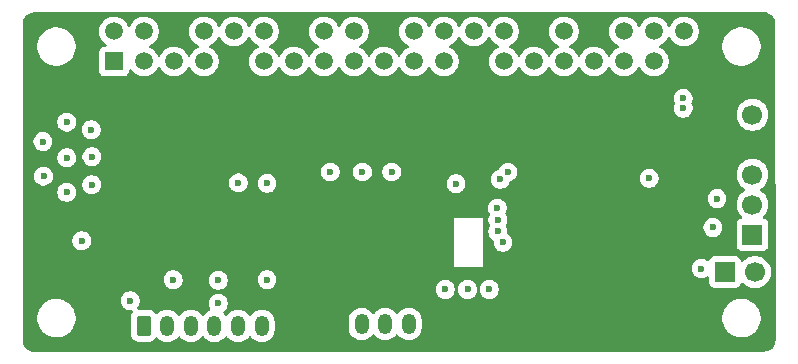
<source format=gbr>
%TF.GenerationSoftware,KiCad,Pcbnew,9.0.1*%
%TF.CreationDate,2025-04-15T21:25:17-04:00*%
%TF.ProjectId,psocpcb,70736f63-7063-4622-9e6b-696361645f70,rev?*%
%TF.SameCoordinates,Original*%
%TF.FileFunction,Copper,L3,Inr*%
%TF.FilePolarity,Positive*%
%FSLAX46Y46*%
G04 Gerber Fmt 4.6, Leading zero omitted, Abs format (unit mm)*
G04 Created by KiCad (PCBNEW 9.0.1) date 2025-04-15 21:25:17*
%MOMM*%
%LPD*%
G01*
G04 APERTURE LIST*
G04 Aperture macros list*
%AMRoundRect*
0 Rectangle with rounded corners*
0 $1 Rounding radius*
0 $2 $3 $4 $5 $6 $7 $8 $9 X,Y pos of 4 corners*
0 Add a 4 corners polygon primitive as box body*
4,1,4,$2,$3,$4,$5,$6,$7,$8,$9,$2,$3,0*
0 Add four circle primitives for the rounded corners*
1,1,$1+$1,$2,$3*
1,1,$1+$1,$4,$5*
1,1,$1+$1,$6,$7*
1,1,$1+$1,$8,$9*
0 Add four rect primitives between the rounded corners*
20,1,$1+$1,$2,$3,$4,$5,0*
20,1,$1+$1,$4,$5,$6,$7,0*
20,1,$1+$1,$6,$7,$8,$9,0*
20,1,$1+$1,$8,$9,$2,$3,0*%
G04 Aperture macros list end*
%TA.AperFunction,ComponentPad*%
%ADD10RoundRect,0.250000X-0.350000X-0.625000X0.350000X-0.625000X0.350000X0.625000X-0.350000X0.625000X0*%
%TD*%
%TA.AperFunction,ComponentPad*%
%ADD11O,1.200000X1.750000*%
%TD*%
%TA.AperFunction,ComponentPad*%
%ADD12R,1.700000X1.700000*%
%TD*%
%TA.AperFunction,ComponentPad*%
%ADD13C,1.700000*%
%TD*%
%TA.AperFunction,ComponentPad*%
%ADD14R,1.508000X1.508000*%
%TD*%
%TA.AperFunction,ComponentPad*%
%ADD15C,1.508000*%
%TD*%
%TA.AperFunction,ViaPad*%
%ADD16C,0.600000*%
%TD*%
G04 APERTURE END LIST*
D10*
%TO.N,GND*%
%TO.C,J5*%
X99450000Y-73900000D03*
D11*
%TO.N,/5V*%
X101450000Y-73900000D03*
%TO.N,/SCL1.8*%
X103450000Y-73900000D03*
%TO.N,/SDA1.8*%
X105450000Y-73900000D03*
%TD*%
D12*
%TO.N,/usbtx*%
%TO.C,J2*%
X132225000Y-69500000D03*
D13*
%TO.N,/usbrx*%
X134765000Y-69500000D03*
%TD*%
D12*
%TO.N,/SWDIO*%
%TO.C,J1*%
X134550000Y-66340000D03*
D13*
%TO.N,/SWDCLK*%
X134550000Y-63800000D03*
%TO.N,/XRES*%
X134550000Y-61260000D03*
%TO.N,GND*%
X134550000Y-58720000D03*
%TO.N,/VTAG*%
X134550000Y-56180000D03*
%TD*%
D14*
%TO.N,unconnected-(A1-3V3[1]-Pad1)*%
%TO.C,A1*%
X80485000Y-51670000D03*
D15*
%TO.N,Net-(A1-5V[1])*%
X80485000Y-49130000D03*
%TO.N,unconnected-(A1-GPIO2{slash}SDA-Pad3)*%
X83025000Y-51670000D03*
%TO.N,Net-(A1-5V[1])*%
X83025000Y-49130000D03*
%TO.N,unconnected-(A1-GPIO3{slash}SCL-Pad5)*%
X85565000Y-51670000D03*
%TO.N,GND*%
X85565000Y-49130000D03*
%TO.N,/reset*%
X88105000Y-51670000D03*
%TO.N,/MCURX*%
X88105000Y-49130000D03*
%TO.N,GND*%
X90645000Y-51670000D03*
%TO.N,/MCUTX*%
X90645000Y-49130000D03*
%TO.N,unconnected-(A1-GPIO17{slash}GEN0-Pad11)*%
X93185000Y-51670000D03*
%TO.N,unconnected-(A1-GPIO18-Pad12)*%
X93185000Y-49130000D03*
%TO.N,unconnected-(A1-GPIO27{slash}GEN2-Pad13)*%
X95725000Y-51670000D03*
%TO.N,GND*%
X95725000Y-49130000D03*
%TO.N,unconnected-(A1-GPIO22{slash}GEN3-Pad15)*%
X98265000Y-51670000D03*
%TO.N,unconnected-(A1-GEN4{slash}GPIO23-Pad16)*%
X98265000Y-49130000D03*
%TO.N,unconnected-(A1-3V3[2]-Pad17)*%
X100805000Y-51670000D03*
%TO.N,unconnected-(A1-GEN5{slash}GPIO24-Pad18)*%
X100805000Y-49130000D03*
%TO.N,unconnected-(A1-GPIO10{slash}MOSI-Pad19)*%
X103345000Y-51670000D03*
%TO.N,GND*%
X103345000Y-49130000D03*
%TO.N,unconnected-(A1-GPIO9{slash}MISO-Pad21)*%
X105885000Y-51670000D03*
%TO.N,unconnected-(A1-GEN{slash}6GPIO25-Pad22)*%
X105885000Y-49130000D03*
%TO.N,unconnected-(A1-GPIO11{slash}SCLK-Pad23)*%
X108425000Y-51670000D03*
%TO.N,unconnected-(A1-~{CE0}{slash}GPIO8-Pad24)*%
X108425000Y-49130000D03*
%TO.N,GND*%
X110965000Y-51670000D03*
%TO.N,unconnected-(A1-~{CE1}{slash}~{GPIO7}-Pad26)*%
X110965000Y-49130000D03*
%TO.N,unconnected-(A1-ID_SD-Pad27)*%
X113505000Y-51670000D03*
%TO.N,unconnected-(A1-ID_SC-Pad28)*%
X113505000Y-49130000D03*
%TO.N,unconnected-(A1-GPIO5-Pad29)*%
X116045000Y-51670000D03*
%TO.N,GND*%
X116045000Y-49130000D03*
%TO.N,unconnected-(A1-GPIO6-Pad31)*%
X118585000Y-51670000D03*
%TO.N,unconnected-(A1-GPIO12-Pad32)*%
X118585000Y-49130000D03*
%TO.N,unconnected-(A1-GPIO13-Pad33)*%
X121125000Y-51670000D03*
%TO.N,GND*%
X121125000Y-49130000D03*
%TO.N,unconnected-(A1-GPIO19-Pad35)*%
X123665000Y-51670000D03*
%TO.N,unconnected-(A1-GPIO16-Pad36)*%
X123665000Y-49130000D03*
%TO.N,unconnected-(A1-GPIO26-Pad37)*%
X126205000Y-51670000D03*
%TO.N,unconnected-(A1-GPIO20-Pad38)*%
X126205000Y-49130000D03*
%TO.N,GND*%
X128745000Y-51670000D03*
%TO.N,unconnected-(A1-GPIO21-Pad40)*%
X128745000Y-49130000D03*
%TD*%
D10*
%TO.N,GNDA*%
%TO.C,J7*%
X83000000Y-74050000D03*
D11*
%TO.N,/ADC2_raw*%
X85000000Y-74050000D03*
%TO.N,/ADC3_raw*%
X87000000Y-74050000D03*
%TO.N,GNDA*%
X89000000Y-74050000D03*
%TO.N,/ADC1_raw*%
X91000000Y-74050000D03*
%TO.N,/ADC0_raw*%
X93000000Y-74050000D03*
%TD*%
D16*
%TO.N,GND*%
X75250000Y-53100000D03*
X99275000Y-64975000D03*
X112175000Y-57525000D03*
X109325000Y-57375000D03*
X111800000Y-60075000D03*
X78250000Y-53050000D03*
X113875000Y-71900000D03*
X130000000Y-71350000D03*
X117325000Y-70125000D03*
X109675000Y-60350000D03*
X76250000Y-69025000D03*
X101350000Y-65000000D03*
X126800000Y-70200000D03*
X76225000Y-66225000D03*
%TO.N,/SDA*%
X125800000Y-61550000D03*
X113000000Y-65075000D03*
%TO.N,/ADC0*%
X112950000Y-64075000D03*
%TO.N,/ADC1*%
X109450000Y-62025000D03*
%TO.N,/ADC2*%
X113850000Y-61025000D03*
%TO.N,/ADC3*%
X113200000Y-61650000D03*
%TO.N,/SWDCLK*%
X131550000Y-63275000D03*
X128675000Y-54800000D03*
%TO.N,/SWDIO*%
X128675000Y-55625000D03*
X131200000Y-65725000D03*
%TO.N,/5V*%
X78625000Y-59725000D03*
X78575000Y-57450000D03*
X74475000Y-58450000D03*
X76500000Y-59825000D03*
X77750000Y-66850000D03*
X76500000Y-56800000D03*
X78600000Y-62100000D03*
X74525000Y-61375000D03*
X76500000Y-62750000D03*
%TO.N,GNDA*%
X89325000Y-70200000D03*
X81875000Y-71925000D03*
X85500000Y-70150000D03*
X89325000Y-72150000D03*
X93450000Y-70150000D03*
%TO.N,/VTAG*%
X91025000Y-61950000D03*
X108550000Y-70975000D03*
X101525000Y-61025000D03*
X98800000Y-61025000D03*
X112275000Y-70975000D03*
X93450000Y-61975000D03*
X104000000Y-61025000D03*
X110425000Y-70975000D03*
%TO.N,Net-(U7-P0.1)*%
X112975000Y-66050000D03*
%TO.N,Net-(U7-P0.0)*%
X113425000Y-66975000D03*
%TO.N,/XRES*%
X130200000Y-69200000D03*
%TD*%
%TA.AperFunction,Conductor*%
%TO.N,GND*%
G36*
X135505387Y-47500971D02*
G01*
X135661021Y-47514587D01*
X135682297Y-47518338D01*
X135827951Y-47557366D01*
X135848261Y-47564759D01*
X135984915Y-47628482D01*
X136003633Y-47639289D01*
X136127154Y-47725779D01*
X136143712Y-47739673D01*
X136250326Y-47846287D01*
X136264220Y-47862845D01*
X136350710Y-47986366D01*
X136361517Y-48005084D01*
X136425240Y-48141738D01*
X136432633Y-48162049D01*
X136471659Y-48307696D01*
X136475412Y-48328982D01*
X136486838Y-48459584D01*
X136487968Y-48472495D01*
X136489028Y-48484604D01*
X136489500Y-48495412D01*
X136489500Y-48563459D01*
X136489555Y-48564300D01*
X136509494Y-75244546D01*
X136509022Y-75255446D01*
X136495412Y-75411016D01*
X136491659Y-75432303D01*
X136452633Y-75577950D01*
X136445240Y-75598261D01*
X136381517Y-75734915D01*
X136370710Y-75753633D01*
X136284220Y-75877154D01*
X136270326Y-75893712D01*
X136163712Y-76000326D01*
X136147154Y-76014220D01*
X136023633Y-76100710D01*
X136004915Y-76111517D01*
X135868261Y-76175240D01*
X135847950Y-76182633D01*
X135702303Y-76221659D01*
X135681016Y-76225412D01*
X135525387Y-76239028D01*
X135514600Y-76239500D01*
X135454108Y-76239500D01*
X135454070Y-76239509D01*
X135446247Y-76239511D01*
X73745425Y-76249499D01*
X73734597Y-76249027D01*
X73578982Y-76235412D01*
X73557696Y-76231659D01*
X73412049Y-76192633D01*
X73391738Y-76185240D01*
X73255084Y-76121517D01*
X73236366Y-76110710D01*
X73112845Y-76024220D01*
X73096287Y-76010326D01*
X72989673Y-75903712D01*
X72975779Y-75887154D01*
X72889289Y-75763633D01*
X72878482Y-75744915D01*
X72814759Y-75608261D01*
X72807366Y-75587950D01*
X72804687Y-75577950D01*
X72768338Y-75442297D01*
X72764587Y-75421017D01*
X72750972Y-75265397D01*
X72750501Y-75254577D01*
X72751242Y-73272070D01*
X73989500Y-73272070D01*
X73989500Y-73527929D01*
X74029526Y-73780640D01*
X74108588Y-74023972D01*
X74108589Y-74023975D01*
X74224750Y-74251950D01*
X74375132Y-74458935D01*
X74375136Y-74458940D01*
X74556059Y-74639863D01*
X74556064Y-74639867D01*
X74721871Y-74760332D01*
X74763053Y-74790252D01*
X74912080Y-74866185D01*
X74991024Y-74906410D01*
X74991027Y-74906411D01*
X75112693Y-74945942D01*
X75234361Y-74985474D01*
X75487070Y-75025500D01*
X75487071Y-75025500D01*
X75742929Y-75025500D01*
X75742930Y-75025500D01*
X75995639Y-74985474D01*
X76238975Y-74906410D01*
X76466947Y-74790252D01*
X76673942Y-74639862D01*
X76854862Y-74458942D01*
X77005252Y-74251947D01*
X77121410Y-74023975D01*
X77200474Y-73780639D01*
X77240500Y-73527930D01*
X77240500Y-73272070D01*
X77200474Y-73019361D01*
X77148498Y-72859394D01*
X77121411Y-72776027D01*
X77121410Y-72776024D01*
X77079992Y-72694737D01*
X77005252Y-72548053D01*
X76958294Y-72483420D01*
X76854867Y-72341064D01*
X76854863Y-72341059D01*
X76673940Y-72160136D01*
X76673935Y-72160132D01*
X76466950Y-72009750D01*
X76466949Y-72009749D01*
X76466947Y-72009748D01*
X76350767Y-71950551D01*
X76238975Y-71893589D01*
X76238972Y-71893588D01*
X76092980Y-71846153D01*
X81074500Y-71846153D01*
X81074500Y-72003846D01*
X81105261Y-72158489D01*
X81105264Y-72158501D01*
X81165602Y-72304172D01*
X81165609Y-72304185D01*
X81253210Y-72435288D01*
X81253213Y-72435292D01*
X81364707Y-72546786D01*
X81364711Y-72546789D01*
X81495814Y-72634390D01*
X81495827Y-72634397D01*
X81617998Y-72685001D01*
X81641503Y-72694737D01*
X81779784Y-72722243D01*
X81796153Y-72725499D01*
X81796156Y-72725500D01*
X81796158Y-72725500D01*
X81953843Y-72725500D01*
X81970216Y-72722243D01*
X82039808Y-72728470D01*
X82094986Y-72771332D01*
X82118231Y-72837221D01*
X82102164Y-72905219D01*
X82082092Y-72931540D01*
X82057288Y-72956344D01*
X81965187Y-73105663D01*
X81965186Y-73105666D01*
X81910001Y-73272203D01*
X81910001Y-73272204D01*
X81910000Y-73272204D01*
X81899500Y-73374983D01*
X81899500Y-74725001D01*
X81899501Y-74725018D01*
X81910000Y-74827796D01*
X81910001Y-74827799D01*
X81965185Y-74994331D01*
X81965187Y-74994336D01*
X81984409Y-75025500D01*
X82057288Y-75143656D01*
X82181344Y-75267712D01*
X82330666Y-75359814D01*
X82497203Y-75414999D01*
X82599991Y-75425500D01*
X83400008Y-75425499D01*
X83400016Y-75425498D01*
X83400019Y-75425498D01*
X83456302Y-75419748D01*
X83502797Y-75414999D01*
X83669334Y-75359814D01*
X83818656Y-75267712D01*
X83942712Y-75143656D01*
X83982310Y-75079456D01*
X84034258Y-75032732D01*
X84103220Y-75021509D01*
X84167303Y-75049352D01*
X84175530Y-75056872D01*
X84283072Y-75164414D01*
X84423212Y-75266232D01*
X84577555Y-75344873D01*
X84742299Y-75398402D01*
X84913389Y-75425500D01*
X84913390Y-75425500D01*
X85086610Y-75425500D01*
X85086611Y-75425500D01*
X85257701Y-75398402D01*
X85422445Y-75344873D01*
X85576788Y-75266232D01*
X85716928Y-75164414D01*
X85839414Y-75041928D01*
X85899682Y-74958975D01*
X85955012Y-74916311D01*
X86024626Y-74910332D01*
X86086421Y-74942938D01*
X86100315Y-74958973D01*
X86160586Y-75041928D01*
X86283072Y-75164414D01*
X86423212Y-75266232D01*
X86577555Y-75344873D01*
X86742299Y-75398402D01*
X86913389Y-75425500D01*
X86913390Y-75425500D01*
X87086610Y-75425500D01*
X87086611Y-75425500D01*
X87257701Y-75398402D01*
X87422445Y-75344873D01*
X87576788Y-75266232D01*
X87716928Y-75164414D01*
X87839414Y-75041928D01*
X87899682Y-74958975D01*
X87955012Y-74916311D01*
X88024626Y-74910332D01*
X88086421Y-74942938D01*
X88100315Y-74958973D01*
X88160586Y-75041928D01*
X88283072Y-75164414D01*
X88423212Y-75266232D01*
X88577555Y-75344873D01*
X88742299Y-75398402D01*
X88913389Y-75425500D01*
X88913390Y-75425500D01*
X89086610Y-75425500D01*
X89086611Y-75425500D01*
X89257701Y-75398402D01*
X89422445Y-75344873D01*
X89576788Y-75266232D01*
X89716928Y-75164414D01*
X89839414Y-75041928D01*
X89899682Y-74958975D01*
X89955012Y-74916311D01*
X90024626Y-74910332D01*
X90086421Y-74942938D01*
X90100315Y-74958973D01*
X90160586Y-75041928D01*
X90283072Y-75164414D01*
X90423212Y-75266232D01*
X90577555Y-75344873D01*
X90742299Y-75398402D01*
X90913389Y-75425500D01*
X90913390Y-75425500D01*
X91086610Y-75425500D01*
X91086611Y-75425500D01*
X91257701Y-75398402D01*
X91422445Y-75344873D01*
X91576788Y-75266232D01*
X91716928Y-75164414D01*
X91839414Y-75041928D01*
X91899682Y-74958975D01*
X91955012Y-74916311D01*
X92024626Y-74910332D01*
X92086421Y-74942938D01*
X92100315Y-74958973D01*
X92160586Y-75041928D01*
X92283072Y-75164414D01*
X92423212Y-75266232D01*
X92577555Y-75344873D01*
X92742299Y-75398402D01*
X92913389Y-75425500D01*
X92913390Y-75425500D01*
X93086610Y-75425500D01*
X93086611Y-75425500D01*
X93257701Y-75398402D01*
X93422445Y-75344873D01*
X93576788Y-75266232D01*
X93716928Y-75164414D01*
X93839414Y-75041928D01*
X93941232Y-74901788D01*
X94019873Y-74747445D01*
X94073402Y-74582701D01*
X94100500Y-74411611D01*
X94100500Y-73688389D01*
X94079043Y-73552914D01*
X94076743Y-73538389D01*
X100349500Y-73538389D01*
X100349500Y-74261610D01*
X100373257Y-74411611D01*
X100376598Y-74432701D01*
X100430127Y-74597445D01*
X100508768Y-74751788D01*
X100610586Y-74891928D01*
X100733072Y-75014414D01*
X100873212Y-75116232D01*
X101027555Y-75194873D01*
X101192299Y-75248402D01*
X101363389Y-75275500D01*
X101363390Y-75275500D01*
X101536610Y-75275500D01*
X101536611Y-75275500D01*
X101707701Y-75248402D01*
X101872445Y-75194873D01*
X102026788Y-75116232D01*
X102166928Y-75014414D01*
X102289414Y-74891928D01*
X102349682Y-74808975D01*
X102405012Y-74766311D01*
X102474626Y-74760332D01*
X102536421Y-74792938D01*
X102550315Y-74808973D01*
X102610586Y-74891928D01*
X102733072Y-75014414D01*
X102873212Y-75116232D01*
X103027555Y-75194873D01*
X103192299Y-75248402D01*
X103363389Y-75275500D01*
X103363390Y-75275500D01*
X103536610Y-75275500D01*
X103536611Y-75275500D01*
X103707701Y-75248402D01*
X103872445Y-75194873D01*
X104026788Y-75116232D01*
X104166928Y-75014414D01*
X104289414Y-74891928D01*
X104349682Y-74808975D01*
X104405012Y-74766311D01*
X104474626Y-74760332D01*
X104536421Y-74792938D01*
X104550315Y-74808973D01*
X104610586Y-74891928D01*
X104733072Y-75014414D01*
X104873212Y-75116232D01*
X105027555Y-75194873D01*
X105192299Y-75248402D01*
X105363389Y-75275500D01*
X105363390Y-75275500D01*
X105536610Y-75275500D01*
X105536611Y-75275500D01*
X105707701Y-75248402D01*
X105872445Y-75194873D01*
X106026788Y-75116232D01*
X106166928Y-75014414D01*
X106289414Y-74891928D01*
X106391232Y-74751788D01*
X106469873Y-74597445D01*
X106523402Y-74432701D01*
X106550500Y-74261611D01*
X106550500Y-73538389D01*
X106523402Y-73367299D01*
X106492460Y-73272070D01*
X131989500Y-73272070D01*
X131989500Y-73527929D01*
X132029526Y-73780640D01*
X132108588Y-74023972D01*
X132108589Y-74023975D01*
X132224750Y-74251950D01*
X132375132Y-74458935D01*
X132375136Y-74458940D01*
X132556059Y-74639863D01*
X132556064Y-74639867D01*
X132721871Y-74760332D01*
X132763053Y-74790252D01*
X132912080Y-74866185D01*
X132991024Y-74906410D01*
X132991027Y-74906411D01*
X133112693Y-74945942D01*
X133234361Y-74985474D01*
X133487070Y-75025500D01*
X133487071Y-75025500D01*
X133742929Y-75025500D01*
X133742930Y-75025500D01*
X133995639Y-74985474D01*
X134238975Y-74906410D01*
X134466947Y-74790252D01*
X134673942Y-74639862D01*
X134854862Y-74458942D01*
X135005252Y-74251947D01*
X135121410Y-74023975D01*
X135200474Y-73780639D01*
X135240500Y-73527930D01*
X135240500Y-73272070D01*
X135200474Y-73019361D01*
X135148498Y-72859394D01*
X135121411Y-72776027D01*
X135121410Y-72776024D01*
X135079992Y-72694737D01*
X135005252Y-72548053D01*
X134958294Y-72483420D01*
X134854867Y-72341064D01*
X134854863Y-72341059D01*
X134673940Y-72160136D01*
X134673935Y-72160132D01*
X134466950Y-72009750D01*
X134466949Y-72009749D01*
X134466947Y-72009748D01*
X134350767Y-71950551D01*
X134238975Y-71893589D01*
X134238972Y-71893588D01*
X133995640Y-71814526D01*
X133869284Y-71794513D01*
X133742930Y-71774500D01*
X133487070Y-71774500D01*
X133402833Y-71787842D01*
X133234359Y-71814526D01*
X132991027Y-71893588D01*
X132991024Y-71893589D01*
X132763049Y-72009750D01*
X132556064Y-72160132D01*
X132556059Y-72160136D01*
X132375136Y-72341059D01*
X132375132Y-72341064D01*
X132224750Y-72548049D01*
X132108589Y-72776024D01*
X132108588Y-72776027D01*
X132029526Y-73019359D01*
X131989500Y-73272070D01*
X106492460Y-73272070D01*
X106469873Y-73202555D01*
X106391232Y-73048212D01*
X106289414Y-72908072D01*
X106166928Y-72785586D01*
X106026788Y-72683768D01*
X105872445Y-72605127D01*
X105707701Y-72551598D01*
X105707699Y-72551597D01*
X105707698Y-72551597D01*
X105566109Y-72529172D01*
X105536611Y-72524500D01*
X105363389Y-72524500D01*
X105333891Y-72529172D01*
X105192302Y-72551597D01*
X105027552Y-72605128D01*
X104873211Y-72683768D01*
X104820256Y-72722243D01*
X104733072Y-72785586D01*
X104733070Y-72785588D01*
X104733069Y-72785588D01*
X104610588Y-72908069D01*
X104610581Y-72908078D01*
X104550317Y-72991023D01*
X104494987Y-73033689D01*
X104425374Y-73039667D01*
X104363579Y-73007061D01*
X104349683Y-72991023D01*
X104301799Y-72925119D01*
X104289414Y-72908072D01*
X104166928Y-72785586D01*
X104026788Y-72683768D01*
X103872445Y-72605127D01*
X103707701Y-72551598D01*
X103707699Y-72551597D01*
X103707698Y-72551597D01*
X103566109Y-72529172D01*
X103536611Y-72524500D01*
X103363389Y-72524500D01*
X103333891Y-72529172D01*
X103192302Y-72551597D01*
X103027552Y-72605128D01*
X102873211Y-72683768D01*
X102820256Y-72722243D01*
X102733072Y-72785586D01*
X102733070Y-72785588D01*
X102733069Y-72785588D01*
X102610588Y-72908069D01*
X102610581Y-72908078D01*
X102550317Y-72991023D01*
X102494987Y-73033689D01*
X102425374Y-73039667D01*
X102363579Y-73007061D01*
X102349683Y-72991023D01*
X102301799Y-72925119D01*
X102289414Y-72908072D01*
X102166928Y-72785586D01*
X102026788Y-72683768D01*
X101872445Y-72605127D01*
X101707701Y-72551598D01*
X101707699Y-72551597D01*
X101707698Y-72551597D01*
X101566109Y-72529172D01*
X101536611Y-72524500D01*
X101363389Y-72524500D01*
X101333891Y-72529172D01*
X101192302Y-72551597D01*
X101027552Y-72605128D01*
X100873211Y-72683768D01*
X100820256Y-72722243D01*
X100733072Y-72785586D01*
X100733070Y-72785588D01*
X100733069Y-72785588D01*
X100610588Y-72908069D01*
X100610588Y-72908070D01*
X100610586Y-72908072D01*
X100575516Y-72956342D01*
X100508768Y-73048211D01*
X100430128Y-73202552D01*
X100376597Y-73367302D01*
X100349500Y-73538389D01*
X94076743Y-73538389D01*
X94073403Y-73517303D01*
X94073402Y-73517302D01*
X94073402Y-73517299D01*
X94019873Y-73352555D01*
X93941232Y-73198212D01*
X93839414Y-73058072D01*
X93716928Y-72935586D01*
X93576788Y-72833768D01*
X93422445Y-72755127D01*
X93257701Y-72701598D01*
X93257699Y-72701597D01*
X93257698Y-72701597D01*
X93108949Y-72678038D01*
X93086611Y-72674500D01*
X92913389Y-72674500D01*
X92891051Y-72678038D01*
X92742302Y-72701597D01*
X92577552Y-72755128D01*
X92423211Y-72833768D01*
X92354492Y-72883696D01*
X92283072Y-72935586D01*
X92283070Y-72935588D01*
X92283069Y-72935588D01*
X92160588Y-73058069D01*
X92160581Y-73058078D01*
X92100317Y-73141023D01*
X92044987Y-73183689D01*
X91975374Y-73189667D01*
X91913579Y-73157061D01*
X91899683Y-73141023D01*
X91839418Y-73058078D01*
X91839414Y-73058072D01*
X91716928Y-72935586D01*
X91576788Y-72833768D01*
X91422445Y-72755127D01*
X91257701Y-72701598D01*
X91257699Y-72701597D01*
X91257698Y-72701597D01*
X91108949Y-72678038D01*
X91086611Y-72674500D01*
X90913389Y-72674500D01*
X90891051Y-72678038D01*
X90742302Y-72701597D01*
X90577552Y-72755128D01*
X90423211Y-72833768D01*
X90354492Y-72883696D01*
X90283072Y-72935586D01*
X90283070Y-72935588D01*
X90283069Y-72935588D01*
X90160588Y-73058069D01*
X90160581Y-73058078D01*
X90100317Y-73141023D01*
X90081615Y-73155444D01*
X90065965Y-73173135D01*
X90054457Y-73176385D01*
X90044987Y-73183689D01*
X90021452Y-73185710D01*
X89998727Y-73192130D01*
X89987289Y-73188643D01*
X89975374Y-73189667D01*
X89954485Y-73178645D01*
X89931893Y-73171759D01*
X89920090Y-73160496D01*
X89913579Y-73157061D01*
X89905458Y-73148373D01*
X89902426Y-73144801D01*
X89839414Y-73058072D01*
X89769401Y-72988059D01*
X89766126Y-72984200D01*
X89753911Y-72956711D01*
X89739502Y-72930322D01*
X89739874Y-72925119D01*
X89737755Y-72920350D01*
X89742341Y-72890623D01*
X89744486Y-72860630D01*
X89747612Y-72856453D01*
X89748408Y-72851297D01*
X89768336Y-72828769D01*
X89786358Y-72804697D01*
X89791766Y-72800869D01*
X89835289Y-72771789D01*
X89946789Y-72660289D01*
X90034394Y-72529179D01*
X90094737Y-72383497D01*
X90125500Y-72228842D01*
X90125500Y-72071158D01*
X90125500Y-72071155D01*
X90125499Y-72071153D01*
X90112110Y-72003842D01*
X90094737Y-71916503D01*
X90085246Y-71893589D01*
X90034397Y-71770827D01*
X90034390Y-71770814D01*
X89946789Y-71639711D01*
X89946786Y-71639707D01*
X89835292Y-71528213D01*
X89835288Y-71528210D01*
X89704185Y-71440609D01*
X89704172Y-71440602D01*
X89558501Y-71380264D01*
X89558489Y-71380261D01*
X89403845Y-71349500D01*
X89403842Y-71349500D01*
X89246158Y-71349500D01*
X89246155Y-71349500D01*
X89091510Y-71380261D01*
X89091498Y-71380264D01*
X88945827Y-71440602D01*
X88945814Y-71440609D01*
X88814711Y-71528210D01*
X88814707Y-71528213D01*
X88703213Y-71639707D01*
X88703210Y-71639711D01*
X88615609Y-71770814D01*
X88615602Y-71770827D01*
X88555264Y-71916498D01*
X88555261Y-71916510D01*
X88524500Y-72071153D01*
X88524500Y-72228846D01*
X88555261Y-72383489D01*
X88555264Y-72383501D01*
X88615602Y-72529172D01*
X88615606Y-72529179D01*
X88641854Y-72568462D01*
X88662732Y-72635139D01*
X88644248Y-72702519D01*
X88592270Y-72749209D01*
X88580014Y-72754108D01*
X88577556Y-72755126D01*
X88423211Y-72833768D01*
X88354492Y-72883696D01*
X88283072Y-72935586D01*
X88283070Y-72935588D01*
X88283069Y-72935588D01*
X88160588Y-73058069D01*
X88160581Y-73058078D01*
X88100317Y-73141023D01*
X88044987Y-73183689D01*
X87975374Y-73189667D01*
X87913579Y-73157061D01*
X87899683Y-73141023D01*
X87839418Y-73058078D01*
X87839414Y-73058072D01*
X87716928Y-72935586D01*
X87576788Y-72833768D01*
X87422445Y-72755127D01*
X87257701Y-72701598D01*
X87257699Y-72701597D01*
X87257698Y-72701597D01*
X87108949Y-72678038D01*
X87086611Y-72674500D01*
X86913389Y-72674500D01*
X86891051Y-72678038D01*
X86742302Y-72701597D01*
X86577552Y-72755128D01*
X86423211Y-72833768D01*
X86354492Y-72883696D01*
X86283072Y-72935586D01*
X86283070Y-72935588D01*
X86283069Y-72935588D01*
X86160588Y-73058069D01*
X86160581Y-73058078D01*
X86100317Y-73141023D01*
X86044987Y-73183689D01*
X85975374Y-73189667D01*
X85913579Y-73157061D01*
X85899683Y-73141023D01*
X85839418Y-73058078D01*
X85839414Y-73058072D01*
X85716928Y-72935586D01*
X85576788Y-72833768D01*
X85422445Y-72755127D01*
X85257701Y-72701598D01*
X85257699Y-72701597D01*
X85257698Y-72701597D01*
X85108949Y-72678038D01*
X85086611Y-72674500D01*
X84913389Y-72674500D01*
X84891051Y-72678038D01*
X84742302Y-72701597D01*
X84577552Y-72755128D01*
X84423211Y-72833768D01*
X84283073Y-72935585D01*
X84175530Y-73043128D01*
X84114207Y-73076612D01*
X84044515Y-73071628D01*
X83988582Y-73029756D01*
X83982310Y-73020543D01*
X83964102Y-72991023D01*
X83942712Y-72956344D01*
X83818656Y-72832288D01*
X83693559Y-72755128D01*
X83669336Y-72740187D01*
X83669331Y-72740185D01*
X83667862Y-72739698D01*
X83502797Y-72685001D01*
X83502795Y-72685000D01*
X83400010Y-72674500D01*
X82599998Y-72674500D01*
X82599977Y-72674502D01*
X82565360Y-72678038D01*
X82496667Y-72665268D01*
X82445784Y-72617386D01*
X82428864Y-72549596D01*
X82451281Y-72483420D01*
X82465080Y-72466998D01*
X82496786Y-72435292D01*
X82496789Y-72435289D01*
X82584394Y-72304179D01*
X82644737Y-72158497D01*
X82675500Y-72003842D01*
X82675500Y-71846158D01*
X82675500Y-71846155D01*
X82675499Y-71846153D01*
X82661246Y-71774500D01*
X82644737Y-71691503D01*
X82623283Y-71639707D01*
X82584397Y-71545827D01*
X82584390Y-71545814D01*
X82496789Y-71414711D01*
X82496786Y-71414707D01*
X82385292Y-71303213D01*
X82385288Y-71303210D01*
X82254185Y-71215609D01*
X82254172Y-71215602D01*
X82108501Y-71155264D01*
X82108489Y-71155261D01*
X81953845Y-71124500D01*
X81953842Y-71124500D01*
X81796158Y-71124500D01*
X81796155Y-71124500D01*
X81641510Y-71155261D01*
X81641498Y-71155264D01*
X81495827Y-71215602D01*
X81495814Y-71215609D01*
X81364711Y-71303210D01*
X81364707Y-71303213D01*
X81253213Y-71414707D01*
X81253210Y-71414711D01*
X81165609Y-71545814D01*
X81165602Y-71545827D01*
X81105264Y-71691498D01*
X81105261Y-71691510D01*
X81074500Y-71846153D01*
X76092980Y-71846153D01*
X75995640Y-71814526D01*
X75869284Y-71794513D01*
X75742930Y-71774500D01*
X75487070Y-71774500D01*
X75402833Y-71787842D01*
X75234359Y-71814526D01*
X74991027Y-71893588D01*
X74991024Y-71893589D01*
X74763049Y-72009750D01*
X74556064Y-72160132D01*
X74556059Y-72160136D01*
X74375136Y-72341059D01*
X74375132Y-72341064D01*
X74224750Y-72548049D01*
X74108589Y-72776024D01*
X74108588Y-72776027D01*
X74029526Y-73019359D01*
X73989500Y-73272070D01*
X72751242Y-73272070D01*
X72752438Y-70071153D01*
X84699500Y-70071153D01*
X84699500Y-70228846D01*
X84730261Y-70383488D01*
X84730264Y-70383501D01*
X84790602Y-70529172D01*
X84790609Y-70529185D01*
X84878210Y-70660288D01*
X84878213Y-70660292D01*
X84989707Y-70771786D01*
X84989711Y-70771789D01*
X85120814Y-70859390D01*
X85120827Y-70859397D01*
X85266498Y-70919735D01*
X85266503Y-70919737D01*
X85421153Y-70950499D01*
X85421156Y-70950500D01*
X85421158Y-70950500D01*
X85578844Y-70950500D01*
X85578845Y-70950499D01*
X85733497Y-70919737D01*
X85879179Y-70859394D01*
X86010289Y-70771789D01*
X86121789Y-70660289D01*
X86209394Y-70529179D01*
X86269737Y-70383497D01*
X86275762Y-70353210D01*
X86285320Y-70305152D01*
X86300500Y-70228842D01*
X86300500Y-70121153D01*
X88524500Y-70121153D01*
X88524500Y-70278846D01*
X88555261Y-70433489D01*
X88555264Y-70433501D01*
X88615602Y-70579172D01*
X88615609Y-70579185D01*
X88703210Y-70710288D01*
X88703213Y-70710292D01*
X88814707Y-70821786D01*
X88814711Y-70821789D01*
X88945814Y-70909390D01*
X88945827Y-70909397D01*
X89045060Y-70950500D01*
X89091503Y-70969737D01*
X89246153Y-71000499D01*
X89246156Y-71000500D01*
X89246158Y-71000500D01*
X89403844Y-71000500D01*
X89403845Y-71000499D01*
X89558497Y-70969737D01*
X89704179Y-70909394D01*
X89835289Y-70821789D01*
X89946789Y-70710289D01*
X90034394Y-70579179D01*
X90094737Y-70433497D01*
X90125500Y-70278842D01*
X90125500Y-70121158D01*
X90125500Y-70121155D01*
X90119155Y-70089258D01*
X90119155Y-70089257D01*
X90115554Y-70071153D01*
X92649500Y-70071153D01*
X92649500Y-70228846D01*
X92680261Y-70383488D01*
X92680264Y-70383501D01*
X92740602Y-70529172D01*
X92740609Y-70529185D01*
X92828210Y-70660288D01*
X92828213Y-70660292D01*
X92939707Y-70771786D01*
X92939711Y-70771789D01*
X93070814Y-70859390D01*
X93070827Y-70859397D01*
X93216498Y-70919735D01*
X93216503Y-70919737D01*
X93371153Y-70950499D01*
X93371156Y-70950500D01*
X93371158Y-70950500D01*
X93528844Y-70950500D01*
X93528845Y-70950499D01*
X93683497Y-70919737D01*
X93740434Y-70896153D01*
X107749500Y-70896153D01*
X107749500Y-71053846D01*
X107780261Y-71208489D01*
X107780264Y-71208501D01*
X107840602Y-71354172D01*
X107840609Y-71354185D01*
X107928210Y-71485288D01*
X107928213Y-71485292D01*
X108039707Y-71596786D01*
X108039711Y-71596789D01*
X108170814Y-71684390D01*
X108170827Y-71684397D01*
X108316498Y-71744735D01*
X108316503Y-71744737D01*
X108466131Y-71774500D01*
X108471153Y-71775499D01*
X108471156Y-71775500D01*
X108471158Y-71775500D01*
X108628844Y-71775500D01*
X108628845Y-71775499D01*
X108783497Y-71744737D01*
X108929179Y-71684394D01*
X109060289Y-71596789D01*
X109171789Y-71485289D01*
X109259394Y-71354179D01*
X109319737Y-71208497D01*
X109350500Y-71053842D01*
X109350500Y-70896158D01*
X109350500Y-70896155D01*
X109350499Y-70896153D01*
X109624500Y-70896153D01*
X109624500Y-71053846D01*
X109655261Y-71208489D01*
X109655264Y-71208501D01*
X109715602Y-71354172D01*
X109715609Y-71354185D01*
X109803210Y-71485288D01*
X109803213Y-71485292D01*
X109914707Y-71596786D01*
X109914711Y-71596789D01*
X110045814Y-71684390D01*
X110045827Y-71684397D01*
X110191498Y-71744735D01*
X110191503Y-71744737D01*
X110341131Y-71774500D01*
X110346153Y-71775499D01*
X110346156Y-71775500D01*
X110346158Y-71775500D01*
X110503844Y-71775500D01*
X110503845Y-71775499D01*
X110658497Y-71744737D01*
X110804179Y-71684394D01*
X110935289Y-71596789D01*
X111046789Y-71485289D01*
X111134394Y-71354179D01*
X111194737Y-71208497D01*
X111225500Y-71053842D01*
X111225500Y-70896158D01*
X111225500Y-70896155D01*
X111225499Y-70896153D01*
X111474500Y-70896153D01*
X111474500Y-71053846D01*
X111505261Y-71208489D01*
X111505264Y-71208501D01*
X111565602Y-71354172D01*
X111565609Y-71354185D01*
X111653210Y-71485288D01*
X111653213Y-71485292D01*
X111764707Y-71596786D01*
X111764711Y-71596789D01*
X111895814Y-71684390D01*
X111895827Y-71684397D01*
X112041498Y-71744735D01*
X112041503Y-71744737D01*
X112191131Y-71774500D01*
X112196153Y-71775499D01*
X112196156Y-71775500D01*
X112196158Y-71775500D01*
X112353844Y-71775500D01*
X112353845Y-71775499D01*
X112508497Y-71744737D01*
X112654179Y-71684394D01*
X112785289Y-71596789D01*
X112896789Y-71485289D01*
X112984394Y-71354179D01*
X113044737Y-71208497D01*
X113075500Y-71053842D01*
X113075500Y-70896158D01*
X113075500Y-70896155D01*
X113075499Y-70896153D01*
X113066418Y-70850499D01*
X113044737Y-70741503D01*
X113031808Y-70710289D01*
X112984397Y-70595827D01*
X112984390Y-70595814D01*
X112896789Y-70464711D01*
X112896786Y-70464707D01*
X112785292Y-70353213D01*
X112785288Y-70353210D01*
X112654185Y-70265609D01*
X112654172Y-70265602D01*
X112508501Y-70205264D01*
X112508489Y-70205261D01*
X112353845Y-70174500D01*
X112353842Y-70174500D01*
X112196158Y-70174500D01*
X112196155Y-70174500D01*
X112041510Y-70205261D01*
X112041498Y-70205264D01*
X111895827Y-70265602D01*
X111895814Y-70265609D01*
X111764711Y-70353210D01*
X111764707Y-70353213D01*
X111653213Y-70464707D01*
X111653210Y-70464711D01*
X111565609Y-70595814D01*
X111565602Y-70595827D01*
X111505264Y-70741498D01*
X111505261Y-70741510D01*
X111474500Y-70896153D01*
X111225499Y-70896153D01*
X111216418Y-70850499D01*
X111194737Y-70741503D01*
X111181808Y-70710289D01*
X111134397Y-70595827D01*
X111134390Y-70595814D01*
X111046789Y-70464711D01*
X111046786Y-70464707D01*
X110935292Y-70353213D01*
X110935288Y-70353210D01*
X110804185Y-70265609D01*
X110804172Y-70265602D01*
X110658501Y-70205264D01*
X110658489Y-70205261D01*
X110503845Y-70174500D01*
X110503842Y-70174500D01*
X110346158Y-70174500D01*
X110346155Y-70174500D01*
X110191510Y-70205261D01*
X110191498Y-70205264D01*
X110045827Y-70265602D01*
X110045814Y-70265609D01*
X109914711Y-70353210D01*
X109914707Y-70353213D01*
X109803213Y-70464707D01*
X109803210Y-70464711D01*
X109715609Y-70595814D01*
X109715602Y-70595827D01*
X109655264Y-70741498D01*
X109655261Y-70741510D01*
X109624500Y-70896153D01*
X109350499Y-70896153D01*
X109341418Y-70850499D01*
X109319737Y-70741503D01*
X109306808Y-70710289D01*
X109259397Y-70595827D01*
X109259390Y-70595814D01*
X109171789Y-70464711D01*
X109171786Y-70464707D01*
X109060292Y-70353213D01*
X109060288Y-70353210D01*
X108929185Y-70265609D01*
X108929172Y-70265602D01*
X108783501Y-70205264D01*
X108783489Y-70205261D01*
X108628845Y-70174500D01*
X108628842Y-70174500D01*
X108471158Y-70174500D01*
X108471155Y-70174500D01*
X108316510Y-70205261D01*
X108316498Y-70205264D01*
X108170827Y-70265602D01*
X108170814Y-70265609D01*
X108039711Y-70353210D01*
X108039707Y-70353213D01*
X107928213Y-70464707D01*
X107928210Y-70464711D01*
X107840609Y-70595814D01*
X107840602Y-70595827D01*
X107780264Y-70741498D01*
X107780261Y-70741510D01*
X107749500Y-70896153D01*
X93740434Y-70896153D01*
X93829179Y-70859394D01*
X93960289Y-70771789D01*
X94071789Y-70660289D01*
X94159394Y-70529179D01*
X94219737Y-70383497D01*
X94225762Y-70353210D01*
X94235320Y-70305152D01*
X94250500Y-70228842D01*
X94250500Y-70071158D01*
X94250500Y-70071155D01*
X94250499Y-70071153D01*
X94230326Y-69969737D01*
X94219737Y-69916503D01*
X94188443Y-69840952D01*
X94159397Y-69770827D01*
X94159390Y-69770814D01*
X94071789Y-69639711D01*
X94071786Y-69639707D01*
X93960292Y-69528213D01*
X93960288Y-69528210D01*
X93829185Y-69440609D01*
X93829172Y-69440602D01*
X93683501Y-69380264D01*
X93683489Y-69380261D01*
X93528845Y-69349500D01*
X93528842Y-69349500D01*
X93371158Y-69349500D01*
X93371155Y-69349500D01*
X93216510Y-69380261D01*
X93216498Y-69380264D01*
X93070827Y-69440602D01*
X93070814Y-69440609D01*
X92939711Y-69528210D01*
X92939707Y-69528213D01*
X92828213Y-69639707D01*
X92828210Y-69639711D01*
X92740609Y-69770814D01*
X92740602Y-69770827D01*
X92680264Y-69916498D01*
X92680261Y-69916510D01*
X92649500Y-70071153D01*
X90115554Y-70071153D01*
X90094738Y-69966510D01*
X90094737Y-69966503D01*
X90094735Y-69966498D01*
X90034397Y-69820827D01*
X90034390Y-69820814D01*
X89946789Y-69689711D01*
X89946786Y-69689707D01*
X89835292Y-69578213D01*
X89835288Y-69578210D01*
X89704185Y-69490609D01*
X89704172Y-69490602D01*
X89558501Y-69430264D01*
X89558489Y-69430261D01*
X89403845Y-69399500D01*
X89403842Y-69399500D01*
X89246158Y-69399500D01*
X89246155Y-69399500D01*
X89091510Y-69430261D01*
X89091498Y-69430264D01*
X88945827Y-69490602D01*
X88945814Y-69490609D01*
X88814711Y-69578210D01*
X88814707Y-69578213D01*
X88703213Y-69689707D01*
X88703210Y-69689711D01*
X88615609Y-69820814D01*
X88615602Y-69820827D01*
X88555264Y-69966498D01*
X88555261Y-69966510D01*
X88524500Y-70121153D01*
X86300500Y-70121153D01*
X86300500Y-70071158D01*
X86300500Y-70071155D01*
X86300499Y-70071153D01*
X86280326Y-69969737D01*
X86269737Y-69916503D01*
X86238443Y-69840952D01*
X86209397Y-69770827D01*
X86209390Y-69770814D01*
X86121789Y-69639711D01*
X86121786Y-69639707D01*
X86010292Y-69528213D01*
X86010288Y-69528210D01*
X85879185Y-69440609D01*
X85879172Y-69440602D01*
X85733501Y-69380264D01*
X85733489Y-69380261D01*
X85578845Y-69349500D01*
X85578842Y-69349500D01*
X85421158Y-69349500D01*
X85421155Y-69349500D01*
X85266510Y-69380261D01*
X85266498Y-69380264D01*
X85120827Y-69440602D01*
X85120814Y-69440609D01*
X84989711Y-69528210D01*
X84989707Y-69528213D01*
X84878213Y-69639707D01*
X84878210Y-69639711D01*
X84790609Y-69770814D01*
X84790602Y-69770827D01*
X84730264Y-69916498D01*
X84730261Y-69916510D01*
X84699500Y-70071153D01*
X72752438Y-70071153D01*
X72752793Y-69121153D01*
X129399500Y-69121153D01*
X129399500Y-69278846D01*
X129430261Y-69433489D01*
X129430264Y-69433501D01*
X129490602Y-69579172D01*
X129490609Y-69579185D01*
X129578210Y-69710288D01*
X129578213Y-69710292D01*
X129689707Y-69821786D01*
X129689711Y-69821789D01*
X129820814Y-69909390D01*
X129820827Y-69909397D01*
X129904498Y-69944054D01*
X129966503Y-69969737D01*
X130121153Y-70000499D01*
X130121156Y-70000500D01*
X130121158Y-70000500D01*
X130278844Y-70000500D01*
X130278845Y-70000499D01*
X130433497Y-69969737D01*
X130579179Y-69909394D01*
X130681610Y-69840951D01*
X130748286Y-69820074D01*
X130815666Y-69838558D01*
X130862357Y-69890537D01*
X130874500Y-69944054D01*
X130874500Y-70397870D01*
X130874501Y-70397876D01*
X130880908Y-70457483D01*
X130931202Y-70592328D01*
X130931206Y-70592335D01*
X131017452Y-70707544D01*
X131017455Y-70707547D01*
X131132664Y-70793793D01*
X131132671Y-70793797D01*
X131267517Y-70844091D01*
X131267516Y-70844091D01*
X131274444Y-70844835D01*
X131327127Y-70850500D01*
X133122872Y-70850499D01*
X133182483Y-70844091D01*
X133317331Y-70793796D01*
X133432546Y-70707546D01*
X133518796Y-70592331D01*
X133567810Y-70460916D01*
X133609681Y-70404984D01*
X133675145Y-70380566D01*
X133743418Y-70395417D01*
X133771673Y-70416569D01*
X133885213Y-70530109D01*
X134057179Y-70655048D01*
X134057181Y-70655049D01*
X134057184Y-70655051D01*
X134246588Y-70751557D01*
X134448757Y-70817246D01*
X134658713Y-70850500D01*
X134658714Y-70850500D01*
X134871286Y-70850500D01*
X134871287Y-70850500D01*
X135081243Y-70817246D01*
X135283412Y-70751557D01*
X135472816Y-70655051D01*
X135494789Y-70639086D01*
X135644786Y-70530109D01*
X135644788Y-70530106D01*
X135644792Y-70530104D01*
X135795104Y-70379792D01*
X135795106Y-70379788D01*
X135795109Y-70379786D01*
X135920048Y-70207820D01*
X135920047Y-70207820D01*
X135920051Y-70207816D01*
X136016557Y-70018412D01*
X136082246Y-69816243D01*
X136115500Y-69606287D01*
X136115500Y-69393713D01*
X136082246Y-69183757D01*
X136016557Y-68981588D01*
X135920051Y-68792184D01*
X135920049Y-68792181D01*
X135920048Y-68792179D01*
X135795109Y-68620213D01*
X135644786Y-68469890D01*
X135472820Y-68344951D01*
X135283414Y-68248444D01*
X135283413Y-68248443D01*
X135283412Y-68248443D01*
X135081243Y-68182754D01*
X135081241Y-68182753D01*
X135081240Y-68182753D01*
X134919957Y-68157208D01*
X134871287Y-68149500D01*
X134658713Y-68149500D01*
X134610042Y-68157208D01*
X134448760Y-68182753D01*
X134246585Y-68248444D01*
X134057179Y-68344951D01*
X133885215Y-68469889D01*
X133771673Y-68583431D01*
X133710350Y-68616915D01*
X133640658Y-68611931D01*
X133584725Y-68570059D01*
X133567810Y-68539082D01*
X133518797Y-68407671D01*
X133518793Y-68407664D01*
X133432547Y-68292455D01*
X133432544Y-68292452D01*
X133317335Y-68206206D01*
X133317328Y-68206202D01*
X133182482Y-68155908D01*
X133182483Y-68155908D01*
X133122883Y-68149501D01*
X133122881Y-68149500D01*
X133122873Y-68149500D01*
X133122864Y-68149500D01*
X131327129Y-68149500D01*
X131327123Y-68149501D01*
X131267516Y-68155908D01*
X131132671Y-68206202D01*
X131132664Y-68206206D01*
X131017455Y-68292452D01*
X131017452Y-68292455D01*
X130931206Y-68407664D01*
X130931202Y-68407671D01*
X130890980Y-68515513D01*
X130849109Y-68571447D01*
X130783644Y-68595864D01*
X130715371Y-68581012D01*
X130705907Y-68575282D01*
X130579185Y-68490609D01*
X130579172Y-68490602D01*
X130433501Y-68430264D01*
X130433489Y-68430261D01*
X130278845Y-68399500D01*
X130278842Y-68399500D01*
X130121158Y-68399500D01*
X130121155Y-68399500D01*
X129966510Y-68430261D01*
X129966498Y-68430264D01*
X129820827Y-68490602D01*
X129820814Y-68490609D01*
X129689711Y-68578210D01*
X129689707Y-68578213D01*
X129578213Y-68689707D01*
X129578210Y-68689711D01*
X129490609Y-68820814D01*
X129490602Y-68820827D01*
X129430264Y-68966498D01*
X129430261Y-68966510D01*
X129399500Y-69121153D01*
X72752793Y-69121153D01*
X72752801Y-69100000D01*
X109250000Y-69100000D01*
X111750000Y-69100000D01*
X111750000Y-64900000D01*
X109250000Y-64900000D01*
X109250000Y-69100000D01*
X72752801Y-69100000D01*
X72753672Y-66771153D01*
X76949500Y-66771153D01*
X76949500Y-66928846D01*
X76980261Y-67083489D01*
X76980264Y-67083501D01*
X77040602Y-67229172D01*
X77040609Y-67229185D01*
X77128210Y-67360288D01*
X77128213Y-67360292D01*
X77239707Y-67471786D01*
X77239711Y-67471789D01*
X77370814Y-67559390D01*
X77370827Y-67559397D01*
X77461101Y-67596789D01*
X77516503Y-67619737D01*
X77671153Y-67650499D01*
X77671156Y-67650500D01*
X77671158Y-67650500D01*
X77828844Y-67650500D01*
X77828845Y-67650499D01*
X77983497Y-67619737D01*
X78129179Y-67559394D01*
X78260289Y-67471789D01*
X78371789Y-67360289D01*
X78459394Y-67229179D01*
X78519737Y-67083497D01*
X78550500Y-66928842D01*
X78550500Y-66771158D01*
X78550500Y-66771155D01*
X78550499Y-66771153D01*
X78530734Y-66671789D01*
X78519737Y-66616503D01*
X78511170Y-66595821D01*
X78459397Y-66470827D01*
X78459390Y-66470814D01*
X78371789Y-66339711D01*
X78371786Y-66339707D01*
X78260292Y-66228213D01*
X78260288Y-66228210D01*
X78129185Y-66140609D01*
X78129172Y-66140602D01*
X77983501Y-66080264D01*
X77983489Y-66080261D01*
X77828845Y-66049500D01*
X77828842Y-66049500D01*
X77671158Y-66049500D01*
X77671155Y-66049500D01*
X77516510Y-66080261D01*
X77516498Y-66080264D01*
X77370827Y-66140602D01*
X77370814Y-66140609D01*
X77239711Y-66228210D01*
X77239707Y-66228213D01*
X77128213Y-66339707D01*
X77128210Y-66339711D01*
X77040609Y-66470814D01*
X77040602Y-66470827D01*
X76980264Y-66616498D01*
X76980261Y-66616510D01*
X76949500Y-66771153D01*
X72753672Y-66771153D01*
X72754709Y-63996153D01*
X112149500Y-63996153D01*
X112149500Y-64153846D01*
X112180261Y-64308489D01*
X112180264Y-64308501D01*
X112240602Y-64454172D01*
X112240609Y-64454185D01*
X112300304Y-64543524D01*
X112321182Y-64610201D01*
X112302698Y-64677582D01*
X112300306Y-64681304D01*
X112290607Y-64695819D01*
X112290602Y-64695828D01*
X112230264Y-64841498D01*
X112230261Y-64841510D01*
X112199500Y-64996153D01*
X112199500Y-65153846D01*
X112230261Y-65308489D01*
X112230264Y-65308501D01*
X112290602Y-65454171D01*
X112290608Y-65454182D01*
X112304452Y-65474901D01*
X112325329Y-65541579D01*
X112306844Y-65608959D01*
X112304453Y-65612679D01*
X112265610Y-65670814D01*
X112265602Y-65670828D01*
X112205264Y-65816498D01*
X112205261Y-65816510D01*
X112174500Y-65971153D01*
X112174500Y-66128846D01*
X112205261Y-66283489D01*
X112205264Y-66283501D01*
X112265602Y-66429172D01*
X112265609Y-66429185D01*
X112353210Y-66560288D01*
X112353213Y-66560292D01*
X112464707Y-66671786D01*
X112464711Y-66671789D01*
X112576257Y-66746322D01*
X112621062Y-66799934D01*
X112629769Y-66869259D01*
X112628984Y-66873613D01*
X112624500Y-66896157D01*
X112624500Y-67053846D01*
X112655261Y-67208489D01*
X112655264Y-67208501D01*
X112715602Y-67354172D01*
X112715609Y-67354185D01*
X112803210Y-67485288D01*
X112803213Y-67485292D01*
X112914707Y-67596786D01*
X112914711Y-67596789D01*
X113045814Y-67684390D01*
X113045827Y-67684397D01*
X113191498Y-67744735D01*
X113191503Y-67744737D01*
X113346153Y-67775499D01*
X113346156Y-67775500D01*
X113346158Y-67775500D01*
X113503844Y-67775500D01*
X113503845Y-67775499D01*
X113658497Y-67744737D01*
X113804179Y-67684394D01*
X113935289Y-67596789D01*
X114046789Y-67485289D01*
X114134394Y-67354179D01*
X114194737Y-67208497D01*
X114225500Y-67053842D01*
X114225500Y-66896158D01*
X114225500Y-66896157D01*
X114225500Y-66896155D01*
X114225499Y-66896153D01*
X114220149Y-66869259D01*
X114194737Y-66741503D01*
X114165861Y-66671789D01*
X114134397Y-66595827D01*
X114134390Y-66595814D01*
X114046789Y-66464711D01*
X114046786Y-66464707D01*
X113935292Y-66353213D01*
X113935288Y-66353210D01*
X113823742Y-66278677D01*
X113778937Y-66225065D01*
X113770230Y-66155740D01*
X113771008Y-66151419D01*
X113775500Y-66128842D01*
X113775500Y-65971158D01*
X113775500Y-65971155D01*
X113775499Y-65971153D01*
X113744738Y-65816510D01*
X113744737Y-65816503D01*
X113684394Y-65670821D01*
X113667912Y-65646153D01*
X130399500Y-65646153D01*
X130399500Y-65803846D01*
X130430261Y-65958489D01*
X130430264Y-65958501D01*
X130490602Y-66104172D01*
X130490609Y-66104185D01*
X130578210Y-66235288D01*
X130578213Y-66235292D01*
X130689707Y-66346786D01*
X130689711Y-66346789D01*
X130820814Y-66434390D01*
X130820827Y-66434397D01*
X130966498Y-66494735D01*
X130966503Y-66494737D01*
X131121153Y-66525499D01*
X131121156Y-66525500D01*
X131121158Y-66525500D01*
X131278844Y-66525500D01*
X131278845Y-66525499D01*
X131433497Y-66494737D01*
X131579179Y-66434394D01*
X131710289Y-66346789D01*
X131821789Y-66235289D01*
X131909394Y-66104179D01*
X131969737Y-65958497D01*
X132000500Y-65803842D01*
X132000500Y-65646158D01*
X132000500Y-65646155D01*
X132000499Y-65646153D01*
X131999425Y-65640753D01*
X131969737Y-65491503D01*
X131949286Y-65442129D01*
X131909397Y-65345827D01*
X131909390Y-65345814D01*
X131821789Y-65214711D01*
X131821786Y-65214707D01*
X131710292Y-65103213D01*
X131710288Y-65103210D01*
X131579185Y-65015609D01*
X131579172Y-65015602D01*
X131433501Y-64955264D01*
X131433489Y-64955261D01*
X131278845Y-64924500D01*
X131278842Y-64924500D01*
X131121158Y-64924500D01*
X131121155Y-64924500D01*
X130966510Y-64955261D01*
X130966498Y-64955264D01*
X130820827Y-65015602D01*
X130820814Y-65015609D01*
X130689711Y-65103210D01*
X130689707Y-65103213D01*
X130578213Y-65214707D01*
X130578210Y-65214711D01*
X130490609Y-65345814D01*
X130490602Y-65345827D01*
X130430264Y-65491498D01*
X130430261Y-65491510D01*
X130399500Y-65646153D01*
X113667912Y-65646153D01*
X113667506Y-65645546D01*
X113664882Y-65640753D01*
X113658539Y-65611751D01*
X113649669Y-65583421D01*
X113651157Y-65577994D01*
X113649955Y-65572496D01*
X113660299Y-65544668D01*
X113668153Y-65516041D01*
X113670518Y-65512359D01*
X113709394Y-65454179D01*
X113769737Y-65308497D01*
X113800500Y-65153842D01*
X113800500Y-64996158D01*
X113800500Y-64996155D01*
X113800499Y-64996153D01*
X113786246Y-64924500D01*
X113769737Y-64841503D01*
X113769735Y-64841498D01*
X113709397Y-64695827D01*
X113709390Y-64695814D01*
X113649695Y-64606475D01*
X113628817Y-64539798D01*
X113647301Y-64472418D01*
X113649697Y-64468691D01*
X113659394Y-64454179D01*
X113719737Y-64308497D01*
X113750500Y-64153842D01*
X113750500Y-63996158D01*
X113750500Y-63996155D01*
X113750499Y-63996153D01*
X113730734Y-63896789D01*
X113719737Y-63841503D01*
X113696452Y-63785288D01*
X113659397Y-63695827D01*
X113659390Y-63695814D01*
X113571789Y-63564711D01*
X113571786Y-63564707D01*
X113460292Y-63453213D01*
X113460288Y-63453210D01*
X113329185Y-63365609D01*
X113329172Y-63365602D01*
X113183501Y-63305264D01*
X113183489Y-63305261D01*
X113028845Y-63274500D01*
X113028842Y-63274500D01*
X112871158Y-63274500D01*
X112871155Y-63274500D01*
X112716510Y-63305261D01*
X112716498Y-63305264D01*
X112570827Y-63365602D01*
X112570814Y-63365609D01*
X112439711Y-63453210D01*
X112439707Y-63453213D01*
X112328213Y-63564707D01*
X112328210Y-63564711D01*
X112240609Y-63695814D01*
X112240602Y-63695827D01*
X112180264Y-63841498D01*
X112180261Y-63841510D01*
X112149500Y-63996153D01*
X72754709Y-63996153D01*
X72755204Y-62671153D01*
X75699500Y-62671153D01*
X75699500Y-62828846D01*
X75730261Y-62983489D01*
X75730264Y-62983501D01*
X75790602Y-63129172D01*
X75790609Y-63129185D01*
X75878210Y-63260288D01*
X75878213Y-63260292D01*
X75989707Y-63371786D01*
X75989711Y-63371789D01*
X76120814Y-63459390D01*
X76120827Y-63459397D01*
X76266498Y-63519735D01*
X76266503Y-63519737D01*
X76421153Y-63550499D01*
X76421156Y-63550500D01*
X76421158Y-63550500D01*
X76578844Y-63550500D01*
X76578845Y-63550499D01*
X76733497Y-63519737D01*
X76879179Y-63459394D01*
X77010289Y-63371789D01*
X77121789Y-63260289D01*
X77164643Y-63196153D01*
X130749500Y-63196153D01*
X130749500Y-63353846D01*
X130780261Y-63508489D01*
X130780264Y-63508501D01*
X130840602Y-63654172D01*
X130840609Y-63654185D01*
X130928210Y-63785288D01*
X130928213Y-63785292D01*
X131039707Y-63896786D01*
X131039711Y-63896789D01*
X131170814Y-63984390D01*
X131170827Y-63984397D01*
X131316498Y-64044735D01*
X131316503Y-64044737D01*
X131471153Y-64075499D01*
X131471156Y-64075500D01*
X131471158Y-64075500D01*
X131628844Y-64075500D01*
X131628845Y-64075499D01*
X131783497Y-64044737D01*
X131929179Y-63984394D01*
X132060289Y-63896789D01*
X132171789Y-63785289D01*
X132259394Y-63654179D01*
X132319737Y-63508497D01*
X132350500Y-63353842D01*
X132350500Y-63196158D01*
X132350500Y-63196155D01*
X132350499Y-63196153D01*
X132337177Y-63129179D01*
X132319737Y-63041503D01*
X132295712Y-62983501D01*
X132259397Y-62895827D01*
X132259390Y-62895814D01*
X132171789Y-62764711D01*
X132171786Y-62764707D01*
X132060292Y-62653213D01*
X132060288Y-62653210D01*
X131929185Y-62565609D01*
X131929172Y-62565602D01*
X131783501Y-62505264D01*
X131783489Y-62505261D01*
X131628845Y-62474500D01*
X131628842Y-62474500D01*
X131471158Y-62474500D01*
X131471155Y-62474500D01*
X131316510Y-62505261D01*
X131316498Y-62505264D01*
X131170827Y-62565602D01*
X131170814Y-62565609D01*
X131039711Y-62653210D01*
X131039707Y-62653213D01*
X130928213Y-62764707D01*
X130928210Y-62764711D01*
X130840609Y-62895814D01*
X130840602Y-62895827D01*
X130780264Y-63041498D01*
X130780261Y-63041510D01*
X130749500Y-63196153D01*
X77164643Y-63196153D01*
X77209394Y-63129179D01*
X77269737Y-62983497D01*
X77300500Y-62828842D01*
X77300500Y-62671158D01*
X77300500Y-62671155D01*
X77300499Y-62671153D01*
X77294399Y-62640486D01*
X77269737Y-62516503D01*
X77265081Y-62505263D01*
X77209397Y-62370827D01*
X77209390Y-62370814D01*
X77121789Y-62239711D01*
X77121786Y-62239707D01*
X77010289Y-62128210D01*
X76995259Y-62118168D01*
X76879185Y-62040609D01*
X76879172Y-62040602D01*
X76832217Y-62021153D01*
X77799500Y-62021153D01*
X77799500Y-62178846D01*
X77830261Y-62333489D01*
X77830264Y-62333501D01*
X77890602Y-62479172D01*
X77890609Y-62479185D01*
X77978210Y-62610288D01*
X77978213Y-62610292D01*
X78089707Y-62721786D01*
X78089711Y-62721789D01*
X78220814Y-62809390D01*
X78220827Y-62809397D01*
X78366498Y-62869735D01*
X78366503Y-62869737D01*
X78521153Y-62900499D01*
X78521156Y-62900500D01*
X78521158Y-62900500D01*
X78678844Y-62900500D01*
X78678845Y-62900499D01*
X78833497Y-62869737D01*
X78979179Y-62809394D01*
X79110289Y-62721789D01*
X79221789Y-62610289D01*
X79309394Y-62479179D01*
X79369737Y-62333497D01*
X79400500Y-62178842D01*
X79400500Y-62021158D01*
X79400500Y-62021155D01*
X79400499Y-62021153D01*
X79374264Y-61889257D01*
X79370662Y-61871153D01*
X90224500Y-61871153D01*
X90224500Y-62028846D01*
X90255261Y-62183489D01*
X90255264Y-62183501D01*
X90315602Y-62329172D01*
X90315609Y-62329185D01*
X90403210Y-62460288D01*
X90403213Y-62460292D01*
X90514707Y-62571786D01*
X90514711Y-62571789D01*
X90645814Y-62659390D01*
X90645827Y-62659397D01*
X90791498Y-62719735D01*
X90791503Y-62719737D01*
X90917176Y-62744735D01*
X90946153Y-62750499D01*
X90946156Y-62750500D01*
X90946158Y-62750500D01*
X91103844Y-62750500D01*
X91103845Y-62750499D01*
X91258497Y-62719737D01*
X91404179Y-62659394D01*
X91535289Y-62571789D01*
X91646789Y-62460289D01*
X91734394Y-62329179D01*
X91794737Y-62183497D01*
X91825500Y-62028842D01*
X91825500Y-61896153D01*
X92649500Y-61896153D01*
X92649500Y-62053846D01*
X92680261Y-62208489D01*
X92680264Y-62208501D01*
X92740602Y-62354172D01*
X92740609Y-62354185D01*
X92828210Y-62485288D01*
X92828213Y-62485292D01*
X92939707Y-62596786D01*
X92939711Y-62596789D01*
X93070814Y-62684390D01*
X93070827Y-62684397D01*
X93216498Y-62744735D01*
X93216503Y-62744737D01*
X93342955Y-62769890D01*
X93371153Y-62775499D01*
X93371156Y-62775500D01*
X93371158Y-62775500D01*
X93528844Y-62775500D01*
X93528845Y-62775499D01*
X93683497Y-62744737D01*
X93829179Y-62684394D01*
X93960289Y-62596789D01*
X94071789Y-62485289D01*
X94159394Y-62354179D01*
X94219737Y-62208497D01*
X94250500Y-62053842D01*
X94250500Y-61946153D01*
X108649500Y-61946153D01*
X108649500Y-62103846D01*
X108680261Y-62258489D01*
X108680264Y-62258501D01*
X108740602Y-62404172D01*
X108740609Y-62404185D01*
X108828210Y-62535288D01*
X108828213Y-62535292D01*
X108939707Y-62646786D01*
X108939711Y-62646789D01*
X109070814Y-62734390D01*
X109070827Y-62734397D01*
X109170060Y-62775500D01*
X109216503Y-62794737D01*
X109371153Y-62825499D01*
X109371156Y-62825500D01*
X109371158Y-62825500D01*
X109528844Y-62825500D01*
X109528845Y-62825499D01*
X109683497Y-62794737D01*
X109829179Y-62734394D01*
X109960289Y-62646789D01*
X110071789Y-62535289D01*
X110159394Y-62404179D01*
X110219737Y-62258497D01*
X110250500Y-62103842D01*
X110250500Y-61946158D01*
X110250500Y-61946155D01*
X110250499Y-61946153D01*
X110240553Y-61896153D01*
X110219737Y-61791503D01*
X110219735Y-61791498D01*
X110159397Y-61645827D01*
X110159389Y-61645813D01*
X110151468Y-61633958D01*
X110151467Y-61633957D01*
X110109503Y-61571153D01*
X112399500Y-61571153D01*
X112399500Y-61728846D01*
X112430261Y-61883489D01*
X112430264Y-61883501D01*
X112490602Y-62029172D01*
X112490609Y-62029185D01*
X112578210Y-62160288D01*
X112578213Y-62160292D01*
X112689707Y-62271786D01*
X112689711Y-62271789D01*
X112820814Y-62359390D01*
X112820827Y-62359397D01*
X112965969Y-62419516D01*
X112966503Y-62419737D01*
X113121153Y-62450499D01*
X113121156Y-62450500D01*
X113121158Y-62450500D01*
X113278844Y-62450500D01*
X113278845Y-62450499D01*
X113433497Y-62419737D01*
X113551592Y-62370821D01*
X113579172Y-62359397D01*
X113579172Y-62359396D01*
X113579179Y-62359394D01*
X113710289Y-62271789D01*
X113821789Y-62160289D01*
X113909394Y-62029179D01*
X113912719Y-62021153D01*
X113943784Y-61946153D01*
X113969737Y-61883497D01*
X113969737Y-61883496D01*
X113972068Y-61877869D01*
X113973343Y-61878397D01*
X114007799Y-61825810D01*
X114063980Y-61798618D01*
X114083497Y-61794737D01*
X114229179Y-61734394D01*
X114360289Y-61646789D01*
X114471789Y-61535289D01*
X114514643Y-61471153D01*
X124999500Y-61471153D01*
X124999500Y-61628846D01*
X125030261Y-61783489D01*
X125030264Y-61783501D01*
X125090602Y-61929172D01*
X125090609Y-61929185D01*
X125178210Y-62060288D01*
X125178213Y-62060292D01*
X125289707Y-62171786D01*
X125289711Y-62171789D01*
X125420814Y-62259390D01*
X125420827Y-62259397D01*
X125566498Y-62319735D01*
X125566503Y-62319737D01*
X125721153Y-62350499D01*
X125721156Y-62350500D01*
X125721158Y-62350500D01*
X125878844Y-62350500D01*
X125878845Y-62350499D01*
X126033497Y-62319737D01*
X126179179Y-62259394D01*
X126310289Y-62171789D01*
X126421789Y-62060289D01*
X126509394Y-61929179D01*
X126569737Y-61783497D01*
X126600500Y-61628842D01*
X126600500Y-61471158D01*
X126600500Y-61471155D01*
X126600499Y-61471153D01*
X126587176Y-61404174D01*
X126569737Y-61316503D01*
X126569367Y-61315609D01*
X126519956Y-61196319D01*
X126519944Y-61196292D01*
X126509394Y-61170821D01*
X126509390Y-61170814D01*
X126497963Y-61153713D01*
X133199500Y-61153713D01*
X133199500Y-61366287D01*
X133207455Y-61416510D01*
X133231948Y-61571158D01*
X133232754Y-61576243D01*
X133290569Y-61754179D01*
X133298444Y-61778414D01*
X133394951Y-61967820D01*
X133519890Y-62139786D01*
X133670213Y-62290109D01*
X133842182Y-62415050D01*
X133850946Y-62419516D01*
X133901742Y-62467491D01*
X133918536Y-62535312D01*
X133895998Y-62601447D01*
X133850946Y-62640484D01*
X133842182Y-62644949D01*
X133670213Y-62769890D01*
X133519890Y-62920213D01*
X133394951Y-63092179D01*
X133298444Y-63281585D01*
X133298443Y-63281587D01*
X133298443Y-63281588D01*
X133290750Y-63305264D01*
X133232753Y-63483760D01*
X133199500Y-63693713D01*
X133199500Y-63906286D01*
X133226300Y-64075499D01*
X133232754Y-64116243D01*
X133295221Y-64308497D01*
X133298444Y-64318414D01*
X133394951Y-64507820D01*
X133519890Y-64679786D01*
X133633430Y-64793326D01*
X133666915Y-64854649D01*
X133661931Y-64924341D01*
X133620059Y-64980274D01*
X133589083Y-64997189D01*
X133457669Y-65046203D01*
X133457664Y-65046206D01*
X133342455Y-65132452D01*
X133342452Y-65132455D01*
X133256206Y-65247664D01*
X133256202Y-65247671D01*
X133205908Y-65382517D01*
X133199501Y-65442116D01*
X133199501Y-65442123D01*
X133199500Y-65442135D01*
X133199500Y-67237870D01*
X133199501Y-67237876D01*
X133205908Y-67297483D01*
X133256202Y-67432328D01*
X133256206Y-67432335D01*
X133342452Y-67547544D01*
X133342455Y-67547547D01*
X133457664Y-67633793D01*
X133457671Y-67633797D01*
X133592517Y-67684091D01*
X133592516Y-67684091D01*
X133595335Y-67684394D01*
X133652127Y-67690500D01*
X135447872Y-67690499D01*
X135507483Y-67684091D01*
X135642331Y-67633796D01*
X135757546Y-67547546D01*
X135843796Y-67432331D01*
X135894091Y-67297483D01*
X135900500Y-67237873D01*
X135900499Y-65442128D01*
X135894091Y-65382517D01*
X135880404Y-65345821D01*
X135843797Y-65247671D01*
X135843793Y-65247664D01*
X135757547Y-65132455D01*
X135757544Y-65132452D01*
X135642335Y-65046206D01*
X135642328Y-65046202D01*
X135510917Y-64997189D01*
X135454983Y-64955318D01*
X135430566Y-64889853D01*
X135445418Y-64821580D01*
X135466563Y-64793332D01*
X135580104Y-64679792D01*
X135630665Y-64610201D01*
X135705048Y-64507820D01*
X135705047Y-64507820D01*
X135705051Y-64507816D01*
X135801557Y-64318412D01*
X135867246Y-64116243D01*
X135900500Y-63906287D01*
X135900500Y-63693713D01*
X135867246Y-63483757D01*
X135801557Y-63281588D01*
X135705051Y-63092184D01*
X135705049Y-63092181D01*
X135705048Y-63092179D01*
X135580109Y-62920213D01*
X135429786Y-62769890D01*
X135257820Y-62644951D01*
X135257115Y-62644591D01*
X135249054Y-62640485D01*
X135198259Y-62592512D01*
X135181463Y-62524692D01*
X135203999Y-62458556D01*
X135249054Y-62419515D01*
X135257816Y-62415051D01*
X135318694Y-62370821D01*
X135429786Y-62290109D01*
X135429788Y-62290106D01*
X135429792Y-62290104D01*
X135580104Y-62139792D01*
X135580106Y-62139788D01*
X135580109Y-62139786D01*
X135705048Y-61967820D01*
X135705047Y-61967820D01*
X135705051Y-61967816D01*
X135801557Y-61778412D01*
X135867246Y-61576243D01*
X135900500Y-61366287D01*
X135900500Y-61153713D01*
X135867246Y-60943757D01*
X135801557Y-60741588D01*
X135705051Y-60552184D01*
X135705049Y-60552181D01*
X135705048Y-60552179D01*
X135580109Y-60380213D01*
X135429786Y-60229890D01*
X135257820Y-60104951D01*
X135068414Y-60008444D01*
X135068413Y-60008443D01*
X135068412Y-60008443D01*
X134866243Y-59942754D01*
X134866241Y-59942753D01*
X134866240Y-59942753D01*
X134704957Y-59917208D01*
X134656287Y-59909500D01*
X134443713Y-59909500D01*
X134395042Y-59917208D01*
X134233760Y-59942753D01*
X134031585Y-60008444D01*
X133842179Y-60104951D01*
X133670213Y-60229890D01*
X133519890Y-60380213D01*
X133394951Y-60552179D01*
X133298444Y-60741585D01*
X133232753Y-60943760D01*
X133207398Y-61103846D01*
X133199500Y-61153713D01*
X126497963Y-61153713D01*
X126421789Y-61039711D01*
X126421786Y-61039707D01*
X126310292Y-60928213D01*
X126310288Y-60928210D01*
X126179185Y-60840609D01*
X126179172Y-60840602D01*
X126033501Y-60780264D01*
X126033489Y-60780261D01*
X125878845Y-60749500D01*
X125878842Y-60749500D01*
X125721158Y-60749500D01*
X125721155Y-60749500D01*
X125566510Y-60780261D01*
X125566498Y-60780264D01*
X125420827Y-60840602D01*
X125420814Y-60840609D01*
X125289711Y-60928210D01*
X125289707Y-60928213D01*
X125178213Y-61039707D01*
X125178210Y-61039711D01*
X125090609Y-61170814D01*
X125090602Y-61170827D01*
X125030264Y-61316498D01*
X125030261Y-61316510D01*
X124999500Y-61471153D01*
X114514643Y-61471153D01*
X114559394Y-61404179D01*
X114619737Y-61258497D01*
X114650500Y-61103842D01*
X114650500Y-60946158D01*
X114650500Y-60946155D01*
X114650499Y-60946153D01*
X114646930Y-60928210D01*
X114619737Y-60791503D01*
X114615081Y-60780263D01*
X114559397Y-60645827D01*
X114559390Y-60645814D01*
X114471789Y-60514711D01*
X114471786Y-60514707D01*
X114360292Y-60403213D01*
X114360288Y-60403210D01*
X114229185Y-60315609D01*
X114229172Y-60315602D01*
X114083501Y-60255264D01*
X114083489Y-60255261D01*
X113928845Y-60224500D01*
X113928842Y-60224500D01*
X113771158Y-60224500D01*
X113771155Y-60224500D01*
X113616510Y-60255261D01*
X113616498Y-60255264D01*
X113470827Y-60315602D01*
X113470814Y-60315609D01*
X113339711Y-60403210D01*
X113339707Y-60403213D01*
X113228213Y-60514707D01*
X113228210Y-60514711D01*
X113140609Y-60645814D01*
X113140602Y-60645827D01*
X113077932Y-60797130D01*
X113076660Y-60796603D01*
X113042183Y-60849204D01*
X112986021Y-60876380D01*
X112966506Y-60880261D01*
X112966500Y-60880263D01*
X112820827Y-60940602D01*
X112820814Y-60940609D01*
X112689711Y-61028210D01*
X112689707Y-61028213D01*
X112578213Y-61139707D01*
X112578210Y-61139711D01*
X112490609Y-61270814D01*
X112490602Y-61270827D01*
X112430264Y-61416498D01*
X112430261Y-61416510D01*
X112399500Y-61571153D01*
X110109503Y-61571153D01*
X110071789Y-61514711D01*
X110071786Y-61514707D01*
X109960292Y-61403213D01*
X109960288Y-61403210D01*
X109829185Y-61315609D01*
X109829172Y-61315602D01*
X109683501Y-61255264D01*
X109683489Y-61255261D01*
X109528845Y-61224500D01*
X109528842Y-61224500D01*
X109371158Y-61224500D01*
X109371155Y-61224500D01*
X109216510Y-61255261D01*
X109216498Y-61255264D01*
X109070827Y-61315602D01*
X109070814Y-61315609D01*
X108939711Y-61403210D01*
X108939707Y-61403213D01*
X108828213Y-61514707D01*
X108828210Y-61514711D01*
X108740609Y-61645814D01*
X108740602Y-61645827D01*
X108680264Y-61791498D01*
X108680261Y-61791510D01*
X108649500Y-61946153D01*
X94250500Y-61946153D01*
X94250500Y-61896158D01*
X94250500Y-61896155D01*
X94250499Y-61896153D01*
X94245527Y-61871158D01*
X94219737Y-61741503D01*
X94211170Y-61720821D01*
X94159397Y-61595827D01*
X94159390Y-61595814D01*
X94071789Y-61464711D01*
X94071786Y-61464707D01*
X93960292Y-61353213D01*
X93960288Y-61353210D01*
X93829185Y-61265609D01*
X93829172Y-61265602D01*
X93683501Y-61205264D01*
X93683489Y-61205261D01*
X93528845Y-61174500D01*
X93528842Y-61174500D01*
X93371158Y-61174500D01*
X93371155Y-61174500D01*
X93216510Y-61205261D01*
X93216498Y-61205264D01*
X93070827Y-61265602D01*
X93070814Y-61265609D01*
X92939711Y-61353210D01*
X92939707Y-61353213D01*
X92828213Y-61464707D01*
X92828210Y-61464711D01*
X92740609Y-61595814D01*
X92740602Y-61595827D01*
X92680264Y-61741498D01*
X92680261Y-61741510D01*
X92649500Y-61896153D01*
X91825500Y-61896153D01*
X91825500Y-61871158D01*
X91825500Y-61871155D01*
X91825499Y-61871153D01*
X91810299Y-61794737D01*
X91794737Y-61716503D01*
X91765861Y-61646789D01*
X91734397Y-61570827D01*
X91734390Y-61570814D01*
X91646789Y-61439711D01*
X91646786Y-61439707D01*
X91535292Y-61328213D01*
X91535288Y-61328210D01*
X91404185Y-61240609D01*
X91404172Y-61240602D01*
X91258501Y-61180264D01*
X91258489Y-61180261D01*
X91103845Y-61149500D01*
X91103842Y-61149500D01*
X90946158Y-61149500D01*
X90946155Y-61149500D01*
X90791510Y-61180261D01*
X90791498Y-61180264D01*
X90645827Y-61240602D01*
X90645814Y-61240609D01*
X90514711Y-61328210D01*
X90514707Y-61328213D01*
X90403213Y-61439707D01*
X90403210Y-61439711D01*
X90315609Y-61570814D01*
X90315602Y-61570827D01*
X90255264Y-61716498D01*
X90255261Y-61716510D01*
X90224500Y-61871153D01*
X79370662Y-61871153D01*
X79369738Y-61866507D01*
X79369735Y-61866498D01*
X79309397Y-61720827D01*
X79309390Y-61720814D01*
X79221789Y-61589711D01*
X79221786Y-61589707D01*
X79110292Y-61478213D01*
X79110288Y-61478210D01*
X78979185Y-61390609D01*
X78979172Y-61390602D01*
X78833501Y-61330264D01*
X78833489Y-61330261D01*
X78678845Y-61299500D01*
X78678842Y-61299500D01*
X78521158Y-61299500D01*
X78521155Y-61299500D01*
X78366510Y-61330261D01*
X78366498Y-61330264D01*
X78220827Y-61390602D01*
X78220814Y-61390609D01*
X78089711Y-61478210D01*
X78089707Y-61478213D01*
X77978213Y-61589707D01*
X77978210Y-61589711D01*
X77890609Y-61720814D01*
X77890602Y-61720827D01*
X77830264Y-61866498D01*
X77830261Y-61866510D01*
X77799500Y-62021153D01*
X76832217Y-62021153D01*
X76733501Y-61980264D01*
X76733489Y-61980261D01*
X76578845Y-61949500D01*
X76578842Y-61949500D01*
X76421158Y-61949500D01*
X76421155Y-61949500D01*
X76266510Y-61980261D01*
X76266498Y-61980264D01*
X76120827Y-62040602D01*
X76120814Y-62040609D01*
X75989711Y-62128210D01*
X75989707Y-62128213D01*
X75878213Y-62239707D01*
X75878210Y-62239711D01*
X75790609Y-62370814D01*
X75790602Y-62370827D01*
X75730264Y-62516498D01*
X75730261Y-62516510D01*
X75699500Y-62671153D01*
X72755204Y-62671153D01*
X72755718Y-61296153D01*
X73724500Y-61296153D01*
X73724500Y-61453846D01*
X73755261Y-61608489D01*
X73755264Y-61608501D01*
X73815602Y-61754172D01*
X73815609Y-61754185D01*
X73903210Y-61885288D01*
X73903213Y-61885292D01*
X74014707Y-61996786D01*
X74014711Y-61996789D01*
X74145814Y-62084390D01*
X74145827Y-62084397D01*
X74291498Y-62144735D01*
X74291503Y-62144737D01*
X74427487Y-62171786D01*
X74446153Y-62175499D01*
X74446156Y-62175500D01*
X74446158Y-62175500D01*
X74603844Y-62175500D01*
X74603845Y-62175499D01*
X74758497Y-62144737D01*
X74904179Y-62084394D01*
X75035289Y-61996789D01*
X75146789Y-61885289D01*
X75234394Y-61754179D01*
X75294737Y-61608497D01*
X75325500Y-61453842D01*
X75325500Y-61296158D01*
X75325500Y-61296155D01*
X75325499Y-61296153D01*
X75319422Y-61265602D01*
X75294737Y-61141503D01*
X75279138Y-61103844D01*
X75234394Y-60995820D01*
X75201207Y-60946153D01*
X97999500Y-60946153D01*
X97999500Y-61103846D01*
X98030261Y-61258489D01*
X98030264Y-61258501D01*
X98090602Y-61404172D01*
X98090609Y-61404185D01*
X98178210Y-61535288D01*
X98178213Y-61535292D01*
X98289707Y-61646786D01*
X98289711Y-61646789D01*
X98420814Y-61734390D01*
X98420827Y-61734397D01*
X98558683Y-61791498D01*
X98566503Y-61794737D01*
X98721153Y-61825499D01*
X98721156Y-61825500D01*
X98721158Y-61825500D01*
X98878844Y-61825500D01*
X98878845Y-61825499D01*
X99033497Y-61794737D01*
X99179179Y-61734394D01*
X99310289Y-61646789D01*
X99421789Y-61535289D01*
X99509394Y-61404179D01*
X99569737Y-61258497D01*
X99600500Y-61103842D01*
X99600500Y-60946158D01*
X99600500Y-60946155D01*
X99600499Y-60946153D01*
X100724500Y-60946153D01*
X100724500Y-61103846D01*
X100755261Y-61258489D01*
X100755264Y-61258501D01*
X100815602Y-61404172D01*
X100815609Y-61404185D01*
X100903210Y-61535288D01*
X100903213Y-61535292D01*
X101014707Y-61646786D01*
X101014711Y-61646789D01*
X101145814Y-61734390D01*
X101145827Y-61734397D01*
X101283683Y-61791498D01*
X101291503Y-61794737D01*
X101446153Y-61825499D01*
X101446156Y-61825500D01*
X101446158Y-61825500D01*
X101603844Y-61825500D01*
X101603845Y-61825499D01*
X101758497Y-61794737D01*
X101904179Y-61734394D01*
X102035289Y-61646789D01*
X102146789Y-61535289D01*
X102234394Y-61404179D01*
X102294737Y-61258497D01*
X102325500Y-61103842D01*
X102325500Y-60946158D01*
X102325500Y-60946155D01*
X102325499Y-60946153D01*
X103199500Y-60946153D01*
X103199500Y-61103846D01*
X103230261Y-61258489D01*
X103230264Y-61258501D01*
X103290602Y-61404172D01*
X103290609Y-61404185D01*
X103378210Y-61535288D01*
X103378213Y-61535292D01*
X103489707Y-61646786D01*
X103489711Y-61646789D01*
X103620814Y-61734390D01*
X103620827Y-61734397D01*
X103758683Y-61791498D01*
X103766503Y-61794737D01*
X103921153Y-61825499D01*
X103921156Y-61825500D01*
X103921158Y-61825500D01*
X104078844Y-61825500D01*
X104078845Y-61825499D01*
X104089179Y-61823443D01*
X104114287Y-61818450D01*
X104114292Y-61818449D01*
X104213986Y-61798618D01*
X104233497Y-61794737D01*
X104379179Y-61734394D01*
X104510289Y-61646789D01*
X104621789Y-61535289D01*
X104709394Y-61404179D01*
X104769737Y-61258497D01*
X104800500Y-61103842D01*
X104800500Y-60946158D01*
X104800500Y-60946155D01*
X104800499Y-60946153D01*
X104796930Y-60928210D01*
X104769737Y-60791503D01*
X104765081Y-60780263D01*
X104709397Y-60645827D01*
X104709390Y-60645814D01*
X104621789Y-60514711D01*
X104621786Y-60514707D01*
X104510292Y-60403213D01*
X104510288Y-60403210D01*
X104379185Y-60315609D01*
X104379172Y-60315602D01*
X104233501Y-60255264D01*
X104233489Y-60255261D01*
X104078845Y-60224500D01*
X104078842Y-60224500D01*
X103921158Y-60224500D01*
X103921155Y-60224500D01*
X103766510Y-60255261D01*
X103766498Y-60255264D01*
X103620827Y-60315602D01*
X103620814Y-60315609D01*
X103489711Y-60403210D01*
X103489707Y-60403213D01*
X103378213Y-60514707D01*
X103378210Y-60514711D01*
X103290609Y-60645814D01*
X103290602Y-60645827D01*
X103230264Y-60791498D01*
X103230261Y-60791510D01*
X103199500Y-60946153D01*
X102325499Y-60946153D01*
X102321930Y-60928210D01*
X102294737Y-60791503D01*
X102290081Y-60780263D01*
X102234397Y-60645827D01*
X102234390Y-60645814D01*
X102146789Y-60514711D01*
X102146786Y-60514707D01*
X102035292Y-60403213D01*
X102035288Y-60403210D01*
X101904185Y-60315609D01*
X101904172Y-60315602D01*
X101758501Y-60255264D01*
X101758489Y-60255261D01*
X101603845Y-60224500D01*
X101603842Y-60224500D01*
X101446158Y-60224500D01*
X101446155Y-60224500D01*
X101291510Y-60255261D01*
X101291498Y-60255264D01*
X101145827Y-60315602D01*
X101145814Y-60315609D01*
X101014711Y-60403210D01*
X101014707Y-60403213D01*
X100903213Y-60514707D01*
X100903210Y-60514711D01*
X100815609Y-60645814D01*
X100815602Y-60645827D01*
X100755264Y-60791498D01*
X100755261Y-60791510D01*
X100724500Y-60946153D01*
X99600499Y-60946153D01*
X99596930Y-60928210D01*
X99569737Y-60791503D01*
X99565081Y-60780263D01*
X99509397Y-60645827D01*
X99509390Y-60645814D01*
X99421789Y-60514711D01*
X99421786Y-60514707D01*
X99310292Y-60403213D01*
X99310288Y-60403210D01*
X99179185Y-60315609D01*
X99179172Y-60315602D01*
X99033501Y-60255264D01*
X99033489Y-60255261D01*
X98878845Y-60224500D01*
X98878842Y-60224500D01*
X98721158Y-60224500D01*
X98721155Y-60224500D01*
X98566510Y-60255261D01*
X98566498Y-60255264D01*
X98420827Y-60315602D01*
X98420814Y-60315609D01*
X98289711Y-60403210D01*
X98289707Y-60403213D01*
X98178213Y-60514707D01*
X98178210Y-60514711D01*
X98090609Y-60645814D01*
X98090602Y-60645827D01*
X98030264Y-60791498D01*
X98030261Y-60791510D01*
X97999500Y-60946153D01*
X75201207Y-60946153D01*
X75146789Y-60864711D01*
X75146786Y-60864707D01*
X75035292Y-60753213D01*
X75035288Y-60753210D01*
X74904185Y-60665609D01*
X74904172Y-60665602D01*
X74758501Y-60605264D01*
X74758489Y-60605261D01*
X74603845Y-60574500D01*
X74603842Y-60574500D01*
X74446158Y-60574500D01*
X74446155Y-60574500D01*
X74291510Y-60605261D01*
X74291498Y-60605264D01*
X74145827Y-60665602D01*
X74145814Y-60665609D01*
X74014711Y-60753210D01*
X74014707Y-60753213D01*
X73903213Y-60864707D01*
X73903210Y-60864711D01*
X73815609Y-60995814D01*
X73815602Y-60995827D01*
X73755264Y-61141498D01*
X73755261Y-61141510D01*
X73724500Y-61296153D01*
X72755718Y-61296153D01*
X72756297Y-59746153D01*
X75699500Y-59746153D01*
X75699500Y-59903846D01*
X75730261Y-60058489D01*
X75730264Y-60058501D01*
X75790602Y-60204172D01*
X75790609Y-60204185D01*
X75878210Y-60335288D01*
X75878213Y-60335292D01*
X75989707Y-60446786D01*
X75989711Y-60446789D01*
X76120814Y-60534390D01*
X76120827Y-60534397D01*
X76217646Y-60574500D01*
X76266503Y-60594737D01*
X76421153Y-60625499D01*
X76421156Y-60625500D01*
X76421158Y-60625500D01*
X76578844Y-60625500D01*
X76578845Y-60625499D01*
X76733497Y-60594737D01*
X76879179Y-60534394D01*
X77010289Y-60446789D01*
X77121789Y-60335289D01*
X77209394Y-60204179D01*
X77269737Y-60058497D01*
X77300500Y-59903842D01*
X77300500Y-59746158D01*
X77300500Y-59746155D01*
X77284209Y-59664258D01*
X77284209Y-59664257D01*
X77280608Y-59646153D01*
X77824500Y-59646153D01*
X77824500Y-59803846D01*
X77855261Y-59958489D01*
X77855264Y-59958501D01*
X77915602Y-60104172D01*
X77915609Y-60104185D01*
X78003210Y-60235288D01*
X78003213Y-60235292D01*
X78114707Y-60346786D01*
X78114711Y-60346789D01*
X78245814Y-60434390D01*
X78245827Y-60434397D01*
X78391498Y-60494735D01*
X78391503Y-60494737D01*
X78546153Y-60525499D01*
X78546156Y-60525500D01*
X78546158Y-60525500D01*
X78703844Y-60525500D01*
X78703845Y-60525499D01*
X78858497Y-60494737D01*
X79004179Y-60434394D01*
X79135289Y-60346789D01*
X79246789Y-60235289D01*
X79334394Y-60104179D01*
X79394737Y-59958497D01*
X79425500Y-59803842D01*
X79425500Y-59646158D01*
X79425500Y-59646155D01*
X79425499Y-59646153D01*
X79394738Y-59491510D01*
X79394737Y-59491503D01*
X79375812Y-59445814D01*
X79334397Y-59345827D01*
X79334390Y-59345814D01*
X79246789Y-59214711D01*
X79246786Y-59214707D01*
X79135292Y-59103213D01*
X79135288Y-59103210D01*
X79004185Y-59015609D01*
X79004172Y-59015602D01*
X78858501Y-58955264D01*
X78858489Y-58955261D01*
X78703845Y-58924500D01*
X78703842Y-58924500D01*
X78546158Y-58924500D01*
X78546155Y-58924500D01*
X78391510Y-58955261D01*
X78391498Y-58955264D01*
X78245827Y-59015602D01*
X78245814Y-59015609D01*
X78114711Y-59103210D01*
X78114707Y-59103213D01*
X78003213Y-59214707D01*
X78003210Y-59214711D01*
X77915609Y-59345814D01*
X77915602Y-59345827D01*
X77855264Y-59491498D01*
X77855261Y-59491510D01*
X77824500Y-59646153D01*
X77280608Y-59646153D01*
X77269738Y-59591510D01*
X77269737Y-59591503D01*
X77228314Y-59491498D01*
X77209397Y-59445827D01*
X77209390Y-59445814D01*
X77121789Y-59314711D01*
X77121786Y-59314707D01*
X77010292Y-59203213D01*
X77010288Y-59203210D01*
X76879185Y-59115609D01*
X76879172Y-59115602D01*
X76733501Y-59055264D01*
X76733489Y-59055261D01*
X76578845Y-59024500D01*
X76578842Y-59024500D01*
X76421158Y-59024500D01*
X76421155Y-59024500D01*
X76266510Y-59055261D01*
X76266498Y-59055264D01*
X76120827Y-59115602D01*
X76120814Y-59115609D01*
X75989711Y-59203210D01*
X75989707Y-59203213D01*
X75878213Y-59314707D01*
X75878210Y-59314711D01*
X75790609Y-59445814D01*
X75790602Y-59445827D01*
X75730264Y-59591498D01*
X75730261Y-59591510D01*
X75699500Y-59746153D01*
X72756297Y-59746153D01*
X72756811Y-58371153D01*
X73674500Y-58371153D01*
X73674500Y-58528846D01*
X73705261Y-58683489D01*
X73705264Y-58683501D01*
X73765602Y-58829172D01*
X73765609Y-58829185D01*
X73853210Y-58960288D01*
X73853213Y-58960292D01*
X73964707Y-59071786D01*
X73964711Y-59071789D01*
X74095814Y-59159390D01*
X74095827Y-59159397D01*
X74201603Y-59203210D01*
X74241503Y-59219737D01*
X74396153Y-59250499D01*
X74396156Y-59250500D01*
X74396158Y-59250500D01*
X74553844Y-59250500D01*
X74553845Y-59250499D01*
X74708497Y-59219737D01*
X74854179Y-59159394D01*
X74985289Y-59071789D01*
X75096789Y-58960289D01*
X75184394Y-58829179D01*
X75244737Y-58683497D01*
X75275500Y-58528842D01*
X75275500Y-58371158D01*
X75275500Y-58371155D01*
X75275499Y-58371153D01*
X75244738Y-58216510D01*
X75244737Y-58216503D01*
X75184794Y-58071786D01*
X75184397Y-58070827D01*
X75184390Y-58070814D01*
X75096789Y-57939711D01*
X75096786Y-57939707D01*
X74985292Y-57828213D01*
X74985288Y-57828210D01*
X74854185Y-57740609D01*
X74854172Y-57740602D01*
X74708501Y-57680264D01*
X74708489Y-57680261D01*
X74553845Y-57649500D01*
X74553842Y-57649500D01*
X74396158Y-57649500D01*
X74396155Y-57649500D01*
X74241510Y-57680261D01*
X74241498Y-57680264D01*
X74095827Y-57740602D01*
X74095814Y-57740609D01*
X73964711Y-57828210D01*
X73964707Y-57828213D01*
X73853213Y-57939707D01*
X73853210Y-57939711D01*
X73765609Y-58070814D01*
X73765602Y-58070827D01*
X73705264Y-58216498D01*
X73705261Y-58216510D01*
X73674500Y-58371153D01*
X72756811Y-58371153D01*
X72757427Y-56721153D01*
X75699500Y-56721153D01*
X75699500Y-56878846D01*
X75730261Y-57033489D01*
X75730264Y-57033501D01*
X75790602Y-57179172D01*
X75790609Y-57179185D01*
X75878210Y-57310288D01*
X75878213Y-57310292D01*
X75989707Y-57421786D01*
X75989711Y-57421789D01*
X76120814Y-57509390D01*
X76120827Y-57509397D01*
X76266498Y-57569735D01*
X76266503Y-57569737D01*
X76421153Y-57600499D01*
X76421156Y-57600500D01*
X76421158Y-57600500D01*
X76578844Y-57600500D01*
X76578845Y-57600499D01*
X76733497Y-57569737D01*
X76879179Y-57509394D01*
X77010289Y-57421789D01*
X77060925Y-57371153D01*
X77774500Y-57371153D01*
X77774500Y-57528846D01*
X77805261Y-57683489D01*
X77805264Y-57683501D01*
X77865602Y-57829172D01*
X77865609Y-57829185D01*
X77953210Y-57960288D01*
X77953213Y-57960292D01*
X78064707Y-58071786D01*
X78064711Y-58071789D01*
X78195814Y-58159390D01*
X78195827Y-58159397D01*
X78333683Y-58216498D01*
X78341503Y-58219737D01*
X78496153Y-58250499D01*
X78496156Y-58250500D01*
X78496158Y-58250500D01*
X78653844Y-58250500D01*
X78653845Y-58250499D01*
X78808497Y-58219737D01*
X78954179Y-58159394D01*
X79085289Y-58071789D01*
X79196789Y-57960289D01*
X79284394Y-57829179D01*
X79344737Y-57683497D01*
X79375500Y-57528842D01*
X79375500Y-57371158D01*
X79375500Y-57371155D01*
X79375499Y-57371153D01*
X79344738Y-57216510D01*
X79344737Y-57216503D01*
X79342089Y-57210109D01*
X79284397Y-57070827D01*
X79284390Y-57070814D01*
X79196789Y-56939711D01*
X79196786Y-56939707D01*
X79085292Y-56828213D01*
X79085288Y-56828210D01*
X78954185Y-56740609D01*
X78954172Y-56740602D01*
X78808501Y-56680264D01*
X78808489Y-56680261D01*
X78653845Y-56649500D01*
X78653842Y-56649500D01*
X78496158Y-56649500D01*
X78496155Y-56649500D01*
X78341510Y-56680261D01*
X78341498Y-56680264D01*
X78195827Y-56740602D01*
X78195814Y-56740609D01*
X78064711Y-56828210D01*
X78064707Y-56828213D01*
X77953213Y-56939707D01*
X77953210Y-56939711D01*
X77865609Y-57070814D01*
X77865602Y-57070827D01*
X77805264Y-57216498D01*
X77805261Y-57216510D01*
X77774500Y-57371153D01*
X77060925Y-57371153D01*
X77121789Y-57310289D01*
X77209394Y-57179179D01*
X77269737Y-57033497D01*
X77300500Y-56878842D01*
X77300500Y-56721158D01*
X77300500Y-56721155D01*
X77300499Y-56721153D01*
X77295976Y-56698414D01*
X77269737Y-56566503D01*
X77240633Y-56496239D01*
X77209397Y-56420827D01*
X77209390Y-56420814D01*
X77121789Y-56289711D01*
X77121786Y-56289707D01*
X77010292Y-56178213D01*
X77010288Y-56178210D01*
X76879185Y-56090609D01*
X76879172Y-56090602D01*
X76733501Y-56030264D01*
X76733489Y-56030261D01*
X76578845Y-55999500D01*
X76578842Y-55999500D01*
X76421158Y-55999500D01*
X76421155Y-55999500D01*
X76266510Y-56030261D01*
X76266498Y-56030264D01*
X76120827Y-56090602D01*
X76120814Y-56090609D01*
X75989711Y-56178210D01*
X75989707Y-56178213D01*
X75878213Y-56289707D01*
X75878210Y-56289711D01*
X75790609Y-56420814D01*
X75790602Y-56420827D01*
X75730264Y-56566498D01*
X75730261Y-56566510D01*
X75699500Y-56721153D01*
X72757427Y-56721153D01*
X72758174Y-54721153D01*
X127874500Y-54721153D01*
X127874500Y-54878846D01*
X127905261Y-55033489D01*
X127905264Y-55033501D01*
X127959752Y-55165048D01*
X127967221Y-55234517D01*
X127959752Y-55259952D01*
X127905264Y-55391498D01*
X127905261Y-55391510D01*
X127874500Y-55546153D01*
X127874500Y-55703846D01*
X127905261Y-55858489D01*
X127905264Y-55858501D01*
X127965602Y-56004172D01*
X127965609Y-56004185D01*
X128053210Y-56135288D01*
X128053213Y-56135292D01*
X128164707Y-56246786D01*
X128164711Y-56246789D01*
X128295814Y-56334390D01*
X128295827Y-56334397D01*
X128441498Y-56394735D01*
X128441503Y-56394737D01*
X128596153Y-56425499D01*
X128596156Y-56425500D01*
X128596158Y-56425500D01*
X128753844Y-56425500D01*
X128753845Y-56425499D01*
X128908497Y-56394737D01*
X129054179Y-56334394D01*
X129185289Y-56246789D01*
X129296789Y-56135289D01*
X129337933Y-56073713D01*
X133199500Y-56073713D01*
X133199500Y-56286286D01*
X133216676Y-56394735D01*
X133232754Y-56496243D01*
X133292546Y-56680264D01*
X133298444Y-56698414D01*
X133394951Y-56887820D01*
X133519890Y-57059786D01*
X133670213Y-57210109D01*
X133842179Y-57335048D01*
X133842181Y-57335049D01*
X133842184Y-57335051D01*
X134031588Y-57431557D01*
X134233757Y-57497246D01*
X134443713Y-57530500D01*
X134443714Y-57530500D01*
X134656286Y-57530500D01*
X134656287Y-57530500D01*
X134866243Y-57497246D01*
X135068412Y-57431557D01*
X135257816Y-57335051D01*
X135311325Y-57296175D01*
X135429786Y-57210109D01*
X135429788Y-57210106D01*
X135429792Y-57210104D01*
X135580104Y-57059792D01*
X135580106Y-57059788D01*
X135580109Y-57059786D01*
X135705048Y-56887820D01*
X135705047Y-56887820D01*
X135705051Y-56887816D01*
X135801557Y-56698412D01*
X135867246Y-56496243D01*
X135900500Y-56286287D01*
X135900500Y-56073713D01*
X135867246Y-55863757D01*
X135801557Y-55661588D01*
X135705051Y-55472184D01*
X135705049Y-55472181D01*
X135705048Y-55472179D01*
X135580109Y-55300213D01*
X135429786Y-55149890D01*
X135257820Y-55024951D01*
X135068414Y-54928444D01*
X135068413Y-54928443D01*
X135068412Y-54928443D01*
X134866243Y-54862754D01*
X134866241Y-54862753D01*
X134866240Y-54862753D01*
X134704957Y-54837208D01*
X134656287Y-54829500D01*
X134443713Y-54829500D01*
X134395042Y-54837208D01*
X134233760Y-54862753D01*
X134031585Y-54928444D01*
X133842179Y-55024951D01*
X133670213Y-55149890D01*
X133519890Y-55300213D01*
X133394951Y-55472179D01*
X133298444Y-55661585D01*
X133232753Y-55863760D01*
X133199500Y-56073713D01*
X129337933Y-56073713D01*
X129384394Y-56004179D01*
X129444737Y-55858497D01*
X129475500Y-55703842D01*
X129475500Y-55546158D01*
X129475500Y-55546155D01*
X129475499Y-55546153D01*
X129444737Y-55391503D01*
X129390246Y-55259950D01*
X129382778Y-55190483D01*
X129390247Y-55165048D01*
X129444737Y-55033497D01*
X129475500Y-54878842D01*
X129475500Y-54721158D01*
X129475500Y-54721155D01*
X129475499Y-54721153D01*
X129444738Y-54566510D01*
X129444737Y-54566503D01*
X129444735Y-54566498D01*
X129384397Y-54420827D01*
X129384390Y-54420814D01*
X129296789Y-54289711D01*
X129296786Y-54289707D01*
X129185292Y-54178213D01*
X129185288Y-54178210D01*
X129054185Y-54090609D01*
X129054172Y-54090602D01*
X128908501Y-54030264D01*
X128908489Y-54030261D01*
X128753845Y-53999500D01*
X128753842Y-53999500D01*
X128596158Y-53999500D01*
X128596155Y-53999500D01*
X128441510Y-54030261D01*
X128441498Y-54030264D01*
X128295827Y-54090602D01*
X128295814Y-54090609D01*
X128164711Y-54178210D01*
X128164707Y-54178213D01*
X128053213Y-54289707D01*
X128053210Y-54289711D01*
X127965609Y-54420814D01*
X127965602Y-54420827D01*
X127905264Y-54566498D01*
X127905261Y-54566510D01*
X127874500Y-54721153D01*
X72758174Y-54721153D01*
X72759837Y-50272070D01*
X73989500Y-50272070D01*
X73989500Y-50527929D01*
X74029526Y-50780640D01*
X74108588Y-51023972D01*
X74108589Y-51023975D01*
X74187533Y-51178910D01*
X74215195Y-51233199D01*
X74224750Y-51251950D01*
X74375132Y-51458935D01*
X74375136Y-51458940D01*
X74556059Y-51639863D01*
X74556064Y-51639867D01*
X74733432Y-51768731D01*
X74763053Y-51790252D01*
X74912080Y-51866185D01*
X74991024Y-51906410D01*
X74991027Y-51906411D01*
X75112693Y-51945942D01*
X75234361Y-51985474D01*
X75487070Y-52025500D01*
X75487071Y-52025500D01*
X75742929Y-52025500D01*
X75742930Y-52025500D01*
X75995639Y-51985474D01*
X76238975Y-51906410D01*
X76466947Y-51790252D01*
X76673942Y-51639862D01*
X76854862Y-51458942D01*
X77005252Y-51251947D01*
X77121410Y-51023975D01*
X77200474Y-50780639D01*
X77240500Y-50527930D01*
X77240500Y-50272070D01*
X77200474Y-50019361D01*
X77121410Y-49776025D01*
X77121410Y-49776024D01*
X77037611Y-49611561D01*
X77005252Y-49548053D01*
X76986038Y-49521607D01*
X76854867Y-49341064D01*
X76854863Y-49341059D01*
X76673942Y-49160138D01*
X76627940Y-49126716D01*
X76627938Y-49126713D01*
X76496561Y-49031263D01*
X79230500Y-49031263D01*
X79230500Y-49228736D01*
X79261389Y-49423763D01*
X79301774Y-49548053D01*
X79322409Y-49611561D01*
X79406209Y-49776025D01*
X79412058Y-49787504D01*
X79528115Y-49947246D01*
X79528121Y-49947252D01*
X79667748Y-50086879D01*
X79811311Y-50191183D01*
X79853976Y-50246511D01*
X79859955Y-50316124D01*
X79827350Y-50377919D01*
X79766512Y-50412277D01*
X79738427Y-50415500D01*
X79683130Y-50415500D01*
X79683123Y-50415501D01*
X79623516Y-50421908D01*
X79488671Y-50472202D01*
X79488664Y-50472206D01*
X79373455Y-50558452D01*
X79373452Y-50558455D01*
X79287206Y-50673664D01*
X79287202Y-50673671D01*
X79236908Y-50808517D01*
X79230501Y-50868116D01*
X79230501Y-50868123D01*
X79230500Y-50868135D01*
X79230500Y-52471870D01*
X79230501Y-52471876D01*
X79236908Y-52531483D01*
X79287202Y-52666328D01*
X79287206Y-52666335D01*
X79373452Y-52781544D01*
X79373455Y-52781547D01*
X79488664Y-52867793D01*
X79488671Y-52867797D01*
X79623517Y-52918091D01*
X79623516Y-52918091D01*
X79630444Y-52918835D01*
X79683127Y-52924500D01*
X81286872Y-52924499D01*
X81346483Y-52918091D01*
X81481331Y-52867796D01*
X81596546Y-52781546D01*
X81682796Y-52666331D01*
X81733091Y-52531483D01*
X81739500Y-52471873D01*
X81739499Y-52416574D01*
X81759182Y-52349538D01*
X81811986Y-52303783D01*
X81881144Y-52293838D01*
X81944700Y-52322862D01*
X81963817Y-52343691D01*
X82068115Y-52487245D01*
X82068119Y-52487250D01*
X82207753Y-52626884D01*
X82357234Y-52735486D01*
X82367499Y-52742944D01*
X82543439Y-52832591D01*
X82668637Y-52873270D01*
X82731236Y-52893610D01*
X82926264Y-52924500D01*
X82926269Y-52924500D01*
X83123736Y-52924500D01*
X83318763Y-52893610D01*
X83506561Y-52832591D01*
X83682501Y-52742944D01*
X83787955Y-52666328D01*
X83842246Y-52626884D01*
X83842248Y-52626881D01*
X83842252Y-52626879D01*
X83981879Y-52487252D01*
X83981881Y-52487248D01*
X83981884Y-52487246D01*
X84097941Y-52327505D01*
X84097942Y-52327504D01*
X84097944Y-52327501D01*
X84184517Y-52157593D01*
X84232490Y-52106800D01*
X84300311Y-52090005D01*
X84366446Y-52112542D01*
X84405482Y-52157593D01*
X84474904Y-52293838D01*
X84492058Y-52327505D01*
X84608115Y-52487246D01*
X84747753Y-52626884D01*
X84897234Y-52735486D01*
X84907499Y-52742944D01*
X85083439Y-52832591D01*
X85208637Y-52873270D01*
X85271236Y-52893610D01*
X85466264Y-52924500D01*
X85466269Y-52924500D01*
X85663736Y-52924500D01*
X85858763Y-52893610D01*
X86046561Y-52832591D01*
X86222501Y-52742944D01*
X86327955Y-52666328D01*
X86382246Y-52626884D01*
X86382248Y-52626881D01*
X86382252Y-52626879D01*
X86521879Y-52487252D01*
X86521881Y-52487248D01*
X86521884Y-52487246D01*
X86637941Y-52327505D01*
X86637942Y-52327504D01*
X86637944Y-52327501D01*
X86724517Y-52157593D01*
X86772490Y-52106800D01*
X86840311Y-52090005D01*
X86906446Y-52112542D01*
X86945482Y-52157593D01*
X87014904Y-52293838D01*
X87032058Y-52327505D01*
X87148115Y-52487246D01*
X87287753Y-52626884D01*
X87437234Y-52735486D01*
X87447499Y-52742944D01*
X87623439Y-52832591D01*
X87748637Y-52873270D01*
X87811236Y-52893610D01*
X88006264Y-52924500D01*
X88006269Y-52924500D01*
X88203736Y-52924500D01*
X88398763Y-52893610D01*
X88586561Y-52832591D01*
X88762501Y-52742944D01*
X88867955Y-52666328D01*
X88922246Y-52626884D01*
X88922248Y-52626881D01*
X88922252Y-52626879D01*
X89061879Y-52487252D01*
X89061881Y-52487248D01*
X89061884Y-52487246D01*
X89166181Y-52343691D01*
X89177944Y-52327501D01*
X89267591Y-52151561D01*
X89328610Y-51963763D01*
X89337694Y-51906410D01*
X89359500Y-51768736D01*
X89359500Y-51571263D01*
X89328610Y-51376236D01*
X89280268Y-51227456D01*
X89267591Y-51188439D01*
X89177944Y-51012499D01*
X89133634Y-50951511D01*
X89061884Y-50852753D01*
X88922246Y-50713115D01*
X88762505Y-50597058D01*
X88756119Y-50593804D01*
X88592593Y-50510482D01*
X88541800Y-50462510D01*
X88525005Y-50394689D01*
X88547542Y-50328554D01*
X88592593Y-50289517D01*
X88762501Y-50202944D01*
X88812141Y-50166879D01*
X88922246Y-50086884D01*
X88922248Y-50086881D01*
X88922252Y-50086879D01*
X89061879Y-49947252D01*
X89061881Y-49947248D01*
X89061884Y-49947246D01*
X89177941Y-49787505D01*
X89177942Y-49787504D01*
X89177944Y-49787501D01*
X89264517Y-49617593D01*
X89312490Y-49566800D01*
X89380311Y-49550005D01*
X89446446Y-49572542D01*
X89485482Y-49617593D01*
X89566208Y-49776024D01*
X89572058Y-49787505D01*
X89688115Y-49947246D01*
X89827753Y-50086884D01*
X89971308Y-50191181D01*
X89987499Y-50202944D01*
X90163439Y-50292591D01*
X90274122Y-50328554D01*
X90351236Y-50353610D01*
X90546264Y-50384500D01*
X90546269Y-50384500D01*
X90743736Y-50384500D01*
X90938763Y-50353610D01*
X91126561Y-50292591D01*
X91302501Y-50202944D01*
X91392192Y-50137779D01*
X91462246Y-50086884D01*
X91462248Y-50086881D01*
X91462252Y-50086879D01*
X91601879Y-49947252D01*
X91601881Y-49947248D01*
X91601884Y-49947246D01*
X91717941Y-49787505D01*
X91717942Y-49787504D01*
X91717944Y-49787501D01*
X91804517Y-49617593D01*
X91852490Y-49566800D01*
X91920311Y-49550005D01*
X91986446Y-49572542D01*
X92025482Y-49617593D01*
X92106208Y-49776024D01*
X92112058Y-49787505D01*
X92228115Y-49947246D01*
X92367753Y-50086884D01*
X92511308Y-50191181D01*
X92527499Y-50202944D01*
X92697404Y-50289516D01*
X92748199Y-50337490D01*
X92764994Y-50405311D01*
X92742456Y-50471446D01*
X92697404Y-50510483D01*
X92663167Y-50527929D01*
X92527495Y-50597058D01*
X92367753Y-50713115D01*
X92228115Y-50852753D01*
X92112058Y-51012495D01*
X92022408Y-51188441D01*
X91961389Y-51376236D01*
X91930500Y-51571263D01*
X91930500Y-51768736D01*
X91961389Y-51963763D01*
X91981449Y-52025500D01*
X92022409Y-52151561D01*
X92112056Y-52327501D01*
X92112058Y-52327504D01*
X92228115Y-52487246D01*
X92367753Y-52626884D01*
X92517234Y-52735486D01*
X92527499Y-52742944D01*
X92703439Y-52832591D01*
X92828637Y-52873270D01*
X92891236Y-52893610D01*
X93086264Y-52924500D01*
X93086269Y-52924500D01*
X93283736Y-52924500D01*
X93478763Y-52893610D01*
X93666561Y-52832591D01*
X93842501Y-52742944D01*
X93947955Y-52666328D01*
X94002246Y-52626884D01*
X94002248Y-52626881D01*
X94002252Y-52626879D01*
X94141879Y-52487252D01*
X94141881Y-52487248D01*
X94141884Y-52487246D01*
X94257941Y-52327505D01*
X94257942Y-52327504D01*
X94257944Y-52327501D01*
X94344517Y-52157593D01*
X94392490Y-52106800D01*
X94460311Y-52090005D01*
X94526446Y-52112542D01*
X94565482Y-52157593D01*
X94634904Y-52293838D01*
X94652058Y-52327505D01*
X94768115Y-52487246D01*
X94907753Y-52626884D01*
X95057234Y-52735486D01*
X95067499Y-52742944D01*
X95243439Y-52832591D01*
X95368637Y-52873270D01*
X95431236Y-52893610D01*
X95626264Y-52924500D01*
X95626269Y-52924500D01*
X95823736Y-52924500D01*
X96018763Y-52893610D01*
X96206561Y-52832591D01*
X96382501Y-52742944D01*
X96487955Y-52666328D01*
X96542246Y-52626884D01*
X96542248Y-52626881D01*
X96542252Y-52626879D01*
X96681879Y-52487252D01*
X96681881Y-52487248D01*
X96681884Y-52487246D01*
X96797941Y-52327505D01*
X96797942Y-52327504D01*
X96797944Y-52327501D01*
X96884517Y-52157593D01*
X96932490Y-52106800D01*
X97000311Y-52090005D01*
X97066446Y-52112542D01*
X97105482Y-52157593D01*
X97174904Y-52293838D01*
X97192058Y-52327505D01*
X97308115Y-52487246D01*
X97447753Y-52626884D01*
X97597234Y-52735486D01*
X97607499Y-52742944D01*
X97783439Y-52832591D01*
X97908637Y-52873270D01*
X97971236Y-52893610D01*
X98166264Y-52924500D01*
X98166269Y-52924500D01*
X98363736Y-52924500D01*
X98558763Y-52893610D01*
X98746561Y-52832591D01*
X98922501Y-52742944D01*
X99027955Y-52666328D01*
X99082246Y-52626884D01*
X99082248Y-52626881D01*
X99082252Y-52626879D01*
X99221879Y-52487252D01*
X99221881Y-52487248D01*
X99221884Y-52487246D01*
X99337941Y-52327505D01*
X99337942Y-52327504D01*
X99337944Y-52327501D01*
X99424517Y-52157593D01*
X99472490Y-52106800D01*
X99540311Y-52090005D01*
X99606446Y-52112542D01*
X99645482Y-52157593D01*
X99714904Y-52293838D01*
X99732058Y-52327505D01*
X99848115Y-52487246D01*
X99987753Y-52626884D01*
X100137234Y-52735486D01*
X100147499Y-52742944D01*
X100323439Y-52832591D01*
X100448637Y-52873270D01*
X100511236Y-52893610D01*
X100706264Y-52924500D01*
X100706269Y-52924500D01*
X100903736Y-52924500D01*
X101098763Y-52893610D01*
X101286561Y-52832591D01*
X101462501Y-52742944D01*
X101567955Y-52666328D01*
X101622246Y-52626884D01*
X101622248Y-52626881D01*
X101622252Y-52626879D01*
X101761879Y-52487252D01*
X101761881Y-52487248D01*
X101761884Y-52487246D01*
X101877941Y-52327505D01*
X101877942Y-52327504D01*
X101877944Y-52327501D01*
X101964517Y-52157593D01*
X102012490Y-52106800D01*
X102080311Y-52090005D01*
X102146446Y-52112542D01*
X102185482Y-52157593D01*
X102254904Y-52293838D01*
X102272058Y-52327505D01*
X102388115Y-52487246D01*
X102527753Y-52626884D01*
X102677234Y-52735486D01*
X102687499Y-52742944D01*
X102863439Y-52832591D01*
X102988637Y-52873270D01*
X103051236Y-52893610D01*
X103246264Y-52924500D01*
X103246269Y-52924500D01*
X103443736Y-52924500D01*
X103638763Y-52893610D01*
X103826561Y-52832591D01*
X104002501Y-52742944D01*
X104107955Y-52666328D01*
X104162246Y-52626884D01*
X104162248Y-52626881D01*
X104162252Y-52626879D01*
X104301879Y-52487252D01*
X104301881Y-52487248D01*
X104301884Y-52487246D01*
X104417941Y-52327505D01*
X104417942Y-52327504D01*
X104417944Y-52327501D01*
X104504517Y-52157593D01*
X104552490Y-52106800D01*
X104620311Y-52090005D01*
X104686446Y-52112542D01*
X104725482Y-52157593D01*
X104794904Y-52293838D01*
X104812058Y-52327505D01*
X104928115Y-52487246D01*
X105067753Y-52626884D01*
X105217234Y-52735486D01*
X105227499Y-52742944D01*
X105403439Y-52832591D01*
X105528637Y-52873270D01*
X105591236Y-52893610D01*
X105786264Y-52924500D01*
X105786269Y-52924500D01*
X105983736Y-52924500D01*
X106178763Y-52893610D01*
X106366561Y-52832591D01*
X106542501Y-52742944D01*
X106647955Y-52666328D01*
X106702246Y-52626884D01*
X106702248Y-52626881D01*
X106702252Y-52626879D01*
X106841879Y-52487252D01*
X106841881Y-52487248D01*
X106841884Y-52487246D01*
X106957941Y-52327505D01*
X106957942Y-52327504D01*
X106957944Y-52327501D01*
X107044517Y-52157593D01*
X107092490Y-52106800D01*
X107160311Y-52090005D01*
X107226446Y-52112542D01*
X107265482Y-52157593D01*
X107334904Y-52293838D01*
X107352058Y-52327505D01*
X107468115Y-52487246D01*
X107607753Y-52626884D01*
X107757234Y-52735486D01*
X107767499Y-52742944D01*
X107943439Y-52832591D01*
X108068637Y-52873270D01*
X108131236Y-52893610D01*
X108326264Y-52924500D01*
X108326269Y-52924500D01*
X108523736Y-52924500D01*
X108718763Y-52893610D01*
X108906561Y-52832591D01*
X109082501Y-52742944D01*
X109187955Y-52666328D01*
X109242246Y-52626884D01*
X109242248Y-52626881D01*
X109242252Y-52626879D01*
X109381879Y-52487252D01*
X109381881Y-52487248D01*
X109381884Y-52487246D01*
X109486181Y-52343691D01*
X109497944Y-52327501D01*
X109587591Y-52151561D01*
X109648610Y-51963763D01*
X109657694Y-51906410D01*
X109679500Y-51768736D01*
X109679500Y-51571263D01*
X109648610Y-51376236D01*
X109600268Y-51227456D01*
X109587591Y-51188439D01*
X109497944Y-51012499D01*
X109453634Y-50951511D01*
X109381884Y-50852753D01*
X109242246Y-50713115D01*
X109082505Y-50597058D01*
X109076119Y-50593804D01*
X108912593Y-50510482D01*
X108861800Y-50462510D01*
X108845005Y-50394689D01*
X108867542Y-50328554D01*
X108912593Y-50289517D01*
X109082501Y-50202944D01*
X109132141Y-50166879D01*
X109242246Y-50086884D01*
X109242248Y-50086881D01*
X109242252Y-50086879D01*
X109381879Y-49947252D01*
X109381881Y-49947248D01*
X109381884Y-49947246D01*
X109497941Y-49787505D01*
X109497942Y-49787504D01*
X109497944Y-49787501D01*
X109584517Y-49617593D01*
X109632490Y-49566800D01*
X109700311Y-49550005D01*
X109766446Y-49572542D01*
X109805482Y-49617593D01*
X109886208Y-49776024D01*
X109892058Y-49787505D01*
X110008115Y-49947246D01*
X110147753Y-50086884D01*
X110291308Y-50191181D01*
X110307499Y-50202944D01*
X110483439Y-50292591D01*
X110594122Y-50328554D01*
X110671236Y-50353610D01*
X110866264Y-50384500D01*
X110866269Y-50384500D01*
X111063736Y-50384500D01*
X111258763Y-50353610D01*
X111446561Y-50292591D01*
X111622501Y-50202944D01*
X111712192Y-50137779D01*
X111782246Y-50086884D01*
X111782248Y-50086881D01*
X111782252Y-50086879D01*
X111921879Y-49947252D01*
X111921881Y-49947248D01*
X111921884Y-49947246D01*
X112037941Y-49787505D01*
X112037942Y-49787504D01*
X112037944Y-49787501D01*
X112124517Y-49617593D01*
X112172490Y-49566800D01*
X112240311Y-49550005D01*
X112306446Y-49572542D01*
X112345482Y-49617593D01*
X112426208Y-49776024D01*
X112432058Y-49787505D01*
X112548115Y-49947246D01*
X112687753Y-50086884D01*
X112831308Y-50191181D01*
X112847499Y-50202944D01*
X113017404Y-50289516D01*
X113068199Y-50337490D01*
X113084994Y-50405311D01*
X113062456Y-50471446D01*
X113017404Y-50510483D01*
X112983167Y-50527929D01*
X112847495Y-50597058D01*
X112687753Y-50713115D01*
X112548115Y-50852753D01*
X112432058Y-51012495D01*
X112342408Y-51188441D01*
X112281389Y-51376236D01*
X112250500Y-51571263D01*
X112250500Y-51768736D01*
X112281389Y-51963763D01*
X112301449Y-52025500D01*
X112342409Y-52151561D01*
X112432056Y-52327501D01*
X112432058Y-52327504D01*
X112548115Y-52487246D01*
X112687753Y-52626884D01*
X112837234Y-52735486D01*
X112847499Y-52742944D01*
X113023439Y-52832591D01*
X113148637Y-52873270D01*
X113211236Y-52893610D01*
X113406264Y-52924500D01*
X113406269Y-52924500D01*
X113603736Y-52924500D01*
X113798763Y-52893610D01*
X113986561Y-52832591D01*
X114162501Y-52742944D01*
X114267955Y-52666328D01*
X114322246Y-52626884D01*
X114322248Y-52626881D01*
X114322252Y-52626879D01*
X114461879Y-52487252D01*
X114461881Y-52487248D01*
X114461884Y-52487246D01*
X114577941Y-52327505D01*
X114577942Y-52327504D01*
X114577944Y-52327501D01*
X114664517Y-52157593D01*
X114712490Y-52106800D01*
X114780311Y-52090005D01*
X114846446Y-52112542D01*
X114885482Y-52157593D01*
X114954904Y-52293838D01*
X114972058Y-52327505D01*
X115088115Y-52487246D01*
X115227753Y-52626884D01*
X115377234Y-52735486D01*
X115387499Y-52742944D01*
X115563439Y-52832591D01*
X115688637Y-52873270D01*
X115751236Y-52893610D01*
X115946264Y-52924500D01*
X115946269Y-52924500D01*
X116143736Y-52924500D01*
X116338763Y-52893610D01*
X116526561Y-52832591D01*
X116702501Y-52742944D01*
X116807955Y-52666328D01*
X116862246Y-52626884D01*
X116862248Y-52626881D01*
X116862252Y-52626879D01*
X117001879Y-52487252D01*
X117001881Y-52487248D01*
X117001884Y-52487246D01*
X117117941Y-52327505D01*
X117117942Y-52327504D01*
X117117944Y-52327501D01*
X117204517Y-52157593D01*
X117252490Y-52106800D01*
X117320311Y-52090005D01*
X117386446Y-52112542D01*
X117425482Y-52157593D01*
X117494904Y-52293838D01*
X117512058Y-52327505D01*
X117628115Y-52487246D01*
X117767753Y-52626884D01*
X117917234Y-52735486D01*
X117927499Y-52742944D01*
X118103439Y-52832591D01*
X118228637Y-52873270D01*
X118291236Y-52893610D01*
X118486264Y-52924500D01*
X118486269Y-52924500D01*
X118683736Y-52924500D01*
X118878763Y-52893610D01*
X119066561Y-52832591D01*
X119242501Y-52742944D01*
X119347955Y-52666328D01*
X119402246Y-52626884D01*
X119402248Y-52626881D01*
X119402252Y-52626879D01*
X119541879Y-52487252D01*
X119541881Y-52487248D01*
X119541884Y-52487246D01*
X119657941Y-52327505D01*
X119657942Y-52327504D01*
X119657944Y-52327501D01*
X119744517Y-52157593D01*
X119792490Y-52106800D01*
X119860311Y-52090005D01*
X119926446Y-52112542D01*
X119965482Y-52157593D01*
X120034904Y-52293838D01*
X120052058Y-52327505D01*
X120168115Y-52487246D01*
X120307753Y-52626884D01*
X120457234Y-52735486D01*
X120467499Y-52742944D01*
X120643439Y-52832591D01*
X120768637Y-52873270D01*
X120831236Y-52893610D01*
X121026264Y-52924500D01*
X121026269Y-52924500D01*
X121223736Y-52924500D01*
X121418763Y-52893610D01*
X121606561Y-52832591D01*
X121782501Y-52742944D01*
X121887955Y-52666328D01*
X121942246Y-52626884D01*
X121942248Y-52626881D01*
X121942252Y-52626879D01*
X122081879Y-52487252D01*
X122081881Y-52487248D01*
X122081884Y-52487246D01*
X122197941Y-52327505D01*
X122197942Y-52327504D01*
X122197944Y-52327501D01*
X122284517Y-52157593D01*
X122332490Y-52106800D01*
X122400311Y-52090005D01*
X122466446Y-52112542D01*
X122505482Y-52157593D01*
X122574904Y-52293838D01*
X122592058Y-52327505D01*
X122708115Y-52487246D01*
X122847753Y-52626884D01*
X122997234Y-52735486D01*
X123007499Y-52742944D01*
X123183439Y-52832591D01*
X123308637Y-52873270D01*
X123371236Y-52893610D01*
X123566264Y-52924500D01*
X123566269Y-52924500D01*
X123763736Y-52924500D01*
X123958763Y-52893610D01*
X124146561Y-52832591D01*
X124322501Y-52742944D01*
X124427955Y-52666328D01*
X124482246Y-52626884D01*
X124482248Y-52626881D01*
X124482252Y-52626879D01*
X124621879Y-52487252D01*
X124621881Y-52487248D01*
X124621884Y-52487246D01*
X124737941Y-52327505D01*
X124737942Y-52327504D01*
X124737944Y-52327501D01*
X124824517Y-52157593D01*
X124872490Y-52106800D01*
X124940311Y-52090005D01*
X125006446Y-52112542D01*
X125045482Y-52157593D01*
X125114904Y-52293838D01*
X125132058Y-52327505D01*
X125248115Y-52487246D01*
X125387753Y-52626884D01*
X125537234Y-52735486D01*
X125547499Y-52742944D01*
X125723439Y-52832591D01*
X125848637Y-52873270D01*
X125911236Y-52893610D01*
X126106264Y-52924500D01*
X126106269Y-52924500D01*
X126303736Y-52924500D01*
X126498763Y-52893610D01*
X126686561Y-52832591D01*
X126862501Y-52742944D01*
X126967955Y-52666328D01*
X127022246Y-52626884D01*
X127022248Y-52626881D01*
X127022252Y-52626879D01*
X127161879Y-52487252D01*
X127161881Y-52487248D01*
X127161884Y-52487246D01*
X127266181Y-52343691D01*
X127277944Y-52327501D01*
X127367591Y-52151561D01*
X127428610Y-51963763D01*
X127437694Y-51906410D01*
X127459500Y-51768736D01*
X127459500Y-51571263D01*
X127428610Y-51376236D01*
X127380268Y-51227456D01*
X127367591Y-51188439D01*
X127277944Y-51012499D01*
X127233634Y-50951511D01*
X127161884Y-50852753D01*
X127022246Y-50713115D01*
X126862505Y-50597058D01*
X126856119Y-50593804D01*
X126692593Y-50510482D01*
X126641800Y-50462510D01*
X126625005Y-50394689D01*
X126647542Y-50328554D01*
X126692593Y-50289517D01*
X126862501Y-50202944D01*
X126912141Y-50166879D01*
X127022246Y-50086884D01*
X127022248Y-50086881D01*
X127022252Y-50086879D01*
X127161879Y-49947252D01*
X127161881Y-49947248D01*
X127161884Y-49947246D01*
X127277941Y-49787505D01*
X127277942Y-49787504D01*
X127277944Y-49787501D01*
X127364517Y-49617593D01*
X127412490Y-49566800D01*
X127480311Y-49550005D01*
X127546446Y-49572542D01*
X127585482Y-49617593D01*
X127666208Y-49776024D01*
X127672058Y-49787505D01*
X127788115Y-49947246D01*
X127927753Y-50086884D01*
X128071308Y-50191181D01*
X128087499Y-50202944D01*
X128263439Y-50292591D01*
X128374122Y-50328554D01*
X128451236Y-50353610D01*
X128646264Y-50384500D01*
X128646269Y-50384500D01*
X128843736Y-50384500D01*
X129038763Y-50353610D01*
X129226561Y-50292591D01*
X129266835Y-50272070D01*
X131989500Y-50272070D01*
X131989500Y-50527929D01*
X132029526Y-50780640D01*
X132108588Y-51023972D01*
X132108589Y-51023975D01*
X132187533Y-51178910D01*
X132215195Y-51233199D01*
X132224750Y-51251950D01*
X132375132Y-51458935D01*
X132375136Y-51458940D01*
X132556059Y-51639863D01*
X132556064Y-51639867D01*
X132733432Y-51768731D01*
X132763053Y-51790252D01*
X132912080Y-51866185D01*
X132991024Y-51906410D01*
X132991027Y-51906411D01*
X133112693Y-51945942D01*
X133234361Y-51985474D01*
X133487070Y-52025500D01*
X133487071Y-52025500D01*
X133742929Y-52025500D01*
X133742930Y-52025500D01*
X133995639Y-51985474D01*
X134238975Y-51906410D01*
X134466947Y-51790252D01*
X134673942Y-51639862D01*
X134854862Y-51458942D01*
X135005252Y-51251947D01*
X135121410Y-51023975D01*
X135200474Y-50780639D01*
X135240500Y-50527930D01*
X135240500Y-50272070D01*
X135200474Y-50019361D01*
X135121410Y-49776025D01*
X135121410Y-49776024D01*
X135037611Y-49611561D01*
X135005252Y-49548053D01*
X134986038Y-49521607D01*
X134854867Y-49341064D01*
X134854863Y-49341059D01*
X134673940Y-49160136D01*
X134673935Y-49160132D01*
X134466950Y-49009750D01*
X134466949Y-49009749D01*
X134466947Y-49009748D01*
X134393910Y-48972533D01*
X134238975Y-48893589D01*
X134238972Y-48893588D01*
X133995640Y-48814526D01*
X133869284Y-48794513D01*
X133742930Y-48774500D01*
X133487070Y-48774500D01*
X133402833Y-48787842D01*
X133234359Y-48814526D01*
X132991027Y-48893588D01*
X132991024Y-48893589D01*
X132763049Y-49009750D01*
X132556064Y-49160132D01*
X132556059Y-49160136D01*
X132375136Y-49341059D01*
X132375132Y-49341064D01*
X132224750Y-49548049D01*
X132108589Y-49776024D01*
X132108588Y-49776027D01*
X132029526Y-50019359D01*
X131989500Y-50272070D01*
X129266835Y-50272070D01*
X129402501Y-50202944D01*
X129562252Y-50086879D01*
X129701879Y-49947252D01*
X129701881Y-49947248D01*
X129701884Y-49947246D01*
X129752779Y-49877192D01*
X129817944Y-49787501D01*
X129907591Y-49611561D01*
X129968610Y-49423763D01*
X129999500Y-49228736D01*
X129999500Y-49031263D01*
X129968610Y-48836236D01*
X129920268Y-48687456D01*
X129907591Y-48648439D01*
X129817944Y-48472499D01*
X129743138Y-48369536D01*
X129701884Y-48312753D01*
X129562246Y-48173115D01*
X129402504Y-48057058D01*
X129402503Y-48057057D01*
X129402501Y-48057056D01*
X129226561Y-47967409D01*
X129226558Y-47967408D01*
X129038763Y-47906389D01*
X128843736Y-47875500D01*
X128843731Y-47875500D01*
X128646269Y-47875500D01*
X128646264Y-47875500D01*
X128451236Y-47906389D01*
X128263441Y-47967408D01*
X128087495Y-48057058D01*
X127927753Y-48173115D01*
X127788115Y-48312753D01*
X127672058Y-48472495D01*
X127672056Y-48472499D01*
X127624424Y-48565982D01*
X127585485Y-48642403D01*
X127537510Y-48693199D01*
X127469689Y-48709994D01*
X127403554Y-48687456D01*
X127364515Y-48642403D01*
X127329895Y-48574458D01*
X127277944Y-48472499D01*
X127203138Y-48369536D01*
X127161884Y-48312753D01*
X127022246Y-48173115D01*
X126862504Y-48057058D01*
X126862503Y-48057057D01*
X126862501Y-48057056D01*
X126686561Y-47967409D01*
X126686558Y-47967408D01*
X126498763Y-47906389D01*
X126303736Y-47875500D01*
X126303731Y-47875500D01*
X126106269Y-47875500D01*
X126106264Y-47875500D01*
X125911236Y-47906389D01*
X125723441Y-47967408D01*
X125547495Y-48057058D01*
X125387753Y-48173115D01*
X125248115Y-48312753D01*
X125132058Y-48472495D01*
X125132056Y-48472499D01*
X125084424Y-48565982D01*
X125045485Y-48642403D01*
X124997510Y-48693199D01*
X124929689Y-48709994D01*
X124863554Y-48687456D01*
X124824515Y-48642403D01*
X124789895Y-48574458D01*
X124737944Y-48472499D01*
X124663138Y-48369536D01*
X124621884Y-48312753D01*
X124482246Y-48173115D01*
X124322504Y-48057058D01*
X124322503Y-48057057D01*
X124322501Y-48057056D01*
X124146561Y-47967409D01*
X124146558Y-47967408D01*
X123958763Y-47906389D01*
X123763736Y-47875500D01*
X123763731Y-47875500D01*
X123566269Y-47875500D01*
X123566264Y-47875500D01*
X123371236Y-47906389D01*
X123183441Y-47967408D01*
X123007495Y-48057058D01*
X122847753Y-48173115D01*
X122708115Y-48312753D01*
X122592058Y-48472495D01*
X122502408Y-48648441D01*
X122441389Y-48836236D01*
X122410500Y-49031263D01*
X122410500Y-49228736D01*
X122441389Y-49423763D01*
X122481774Y-49548053D01*
X122502409Y-49611561D01*
X122586209Y-49776025D01*
X122592058Y-49787504D01*
X122708115Y-49947246D01*
X122847753Y-50086884D01*
X122991308Y-50191181D01*
X123007499Y-50202944D01*
X123177404Y-50289516D01*
X123228199Y-50337490D01*
X123244994Y-50405311D01*
X123222456Y-50471446D01*
X123177404Y-50510483D01*
X123143167Y-50527929D01*
X123007495Y-50597058D01*
X122847753Y-50713115D01*
X122708115Y-50852753D01*
X122592058Y-51012495D01*
X122505485Y-51182403D01*
X122457510Y-51233199D01*
X122389689Y-51249994D01*
X122323554Y-51227456D01*
X122284515Y-51182403D01*
X122197944Y-51012499D01*
X122153634Y-50951511D01*
X122081884Y-50852753D01*
X121942246Y-50713115D01*
X121782504Y-50597058D01*
X121782503Y-50597057D01*
X121782501Y-50597056D01*
X121606561Y-50507409D01*
X121606558Y-50507408D01*
X121418763Y-50446389D01*
X121223736Y-50415500D01*
X121223731Y-50415500D01*
X121026269Y-50415500D01*
X121026264Y-50415500D01*
X120831236Y-50446389D01*
X120643441Y-50507408D01*
X120467495Y-50597058D01*
X120307753Y-50713115D01*
X120168115Y-50852753D01*
X120052058Y-51012495D01*
X119965485Y-51182403D01*
X119917510Y-51233199D01*
X119849689Y-51249994D01*
X119783554Y-51227456D01*
X119744515Y-51182403D01*
X119657944Y-51012499D01*
X119613634Y-50951511D01*
X119541884Y-50852753D01*
X119402246Y-50713115D01*
X119242505Y-50597058D01*
X119236119Y-50593804D01*
X119072593Y-50510482D01*
X119021800Y-50462510D01*
X119005005Y-50394689D01*
X119027542Y-50328554D01*
X119072593Y-50289517D01*
X119242501Y-50202944D01*
X119292141Y-50166879D01*
X119402246Y-50086884D01*
X119402248Y-50086881D01*
X119402252Y-50086879D01*
X119541879Y-49947252D01*
X119541881Y-49947248D01*
X119541884Y-49947246D01*
X119592779Y-49877192D01*
X119657944Y-49787501D01*
X119747591Y-49611561D01*
X119808610Y-49423763D01*
X119839500Y-49228736D01*
X119839500Y-49031263D01*
X119808610Y-48836236D01*
X119760268Y-48687456D01*
X119747591Y-48648439D01*
X119657944Y-48472499D01*
X119583138Y-48369536D01*
X119541884Y-48312753D01*
X119402246Y-48173115D01*
X119242504Y-48057058D01*
X119242503Y-48057057D01*
X119242501Y-48057056D01*
X119066561Y-47967409D01*
X119066558Y-47967408D01*
X118878763Y-47906389D01*
X118683736Y-47875500D01*
X118683731Y-47875500D01*
X118486269Y-47875500D01*
X118486264Y-47875500D01*
X118291236Y-47906389D01*
X118103441Y-47967408D01*
X117927495Y-48057058D01*
X117767753Y-48173115D01*
X117628115Y-48312753D01*
X117512058Y-48472495D01*
X117422408Y-48648441D01*
X117361389Y-48836236D01*
X117330500Y-49031263D01*
X117330500Y-49228736D01*
X117361389Y-49423763D01*
X117401774Y-49548053D01*
X117422409Y-49611561D01*
X117506209Y-49776025D01*
X117512058Y-49787504D01*
X117628115Y-49947246D01*
X117767753Y-50086884D01*
X117911308Y-50191181D01*
X117927499Y-50202944D01*
X118097404Y-50289516D01*
X118148199Y-50337490D01*
X118164994Y-50405311D01*
X118142456Y-50471446D01*
X118097404Y-50510483D01*
X118063167Y-50527929D01*
X117927495Y-50597058D01*
X117767753Y-50713115D01*
X117628115Y-50852753D01*
X117512058Y-51012495D01*
X117425485Y-51182403D01*
X117377510Y-51233199D01*
X117309689Y-51249994D01*
X117243554Y-51227456D01*
X117204515Y-51182403D01*
X117117944Y-51012499D01*
X117073634Y-50951511D01*
X117001884Y-50852753D01*
X116862246Y-50713115D01*
X116702504Y-50597058D01*
X116702503Y-50597057D01*
X116702501Y-50597056D01*
X116526561Y-50507409D01*
X116526558Y-50507408D01*
X116338763Y-50446389D01*
X116143736Y-50415500D01*
X116143731Y-50415500D01*
X115946269Y-50415500D01*
X115946264Y-50415500D01*
X115751236Y-50446389D01*
X115563441Y-50507408D01*
X115387495Y-50597058D01*
X115227753Y-50713115D01*
X115088115Y-50852753D01*
X114972058Y-51012495D01*
X114885485Y-51182403D01*
X114837510Y-51233199D01*
X114769689Y-51249994D01*
X114703554Y-51227456D01*
X114664515Y-51182403D01*
X114577944Y-51012499D01*
X114533634Y-50951511D01*
X114461884Y-50852753D01*
X114322246Y-50713115D01*
X114162505Y-50597058D01*
X114156119Y-50593804D01*
X113992593Y-50510482D01*
X113941800Y-50462510D01*
X113925005Y-50394689D01*
X113947542Y-50328554D01*
X113992593Y-50289517D01*
X114162501Y-50202944D01*
X114212141Y-50166879D01*
X114322246Y-50086884D01*
X114322248Y-50086881D01*
X114322252Y-50086879D01*
X114461879Y-49947252D01*
X114461881Y-49947248D01*
X114461884Y-49947246D01*
X114512779Y-49877192D01*
X114577944Y-49787501D01*
X114667591Y-49611561D01*
X114728610Y-49423763D01*
X114759500Y-49228736D01*
X114759500Y-49031263D01*
X114728610Y-48836236D01*
X114680268Y-48687456D01*
X114667591Y-48648439D01*
X114577944Y-48472499D01*
X114503138Y-48369536D01*
X114461884Y-48312753D01*
X114322246Y-48173115D01*
X114162504Y-48057058D01*
X114162503Y-48057057D01*
X114162501Y-48057056D01*
X113986561Y-47967409D01*
X113986558Y-47967408D01*
X113798763Y-47906389D01*
X113603736Y-47875500D01*
X113603731Y-47875500D01*
X113406269Y-47875500D01*
X113406264Y-47875500D01*
X113211236Y-47906389D01*
X113023441Y-47967408D01*
X112847495Y-48057058D01*
X112687753Y-48173115D01*
X112548115Y-48312753D01*
X112432058Y-48472495D01*
X112432056Y-48472499D01*
X112384424Y-48565982D01*
X112345485Y-48642403D01*
X112297510Y-48693199D01*
X112229689Y-48709994D01*
X112163554Y-48687456D01*
X112124515Y-48642403D01*
X112089895Y-48574458D01*
X112037944Y-48472499D01*
X111963138Y-48369536D01*
X111921884Y-48312753D01*
X111782246Y-48173115D01*
X111622504Y-48057058D01*
X111622503Y-48057057D01*
X111622501Y-48057056D01*
X111446561Y-47967409D01*
X111446558Y-47967408D01*
X111258763Y-47906389D01*
X111063736Y-47875500D01*
X111063731Y-47875500D01*
X110866269Y-47875500D01*
X110866264Y-47875500D01*
X110671236Y-47906389D01*
X110483441Y-47967408D01*
X110307495Y-48057058D01*
X110147753Y-48173115D01*
X110008115Y-48312753D01*
X109892058Y-48472495D01*
X109892056Y-48472499D01*
X109844424Y-48565982D01*
X109805485Y-48642403D01*
X109757510Y-48693199D01*
X109689689Y-48709994D01*
X109623554Y-48687456D01*
X109584515Y-48642403D01*
X109549895Y-48574458D01*
X109497944Y-48472499D01*
X109423138Y-48369536D01*
X109381884Y-48312753D01*
X109242246Y-48173115D01*
X109082504Y-48057058D01*
X109082503Y-48057057D01*
X109082501Y-48057056D01*
X108906561Y-47967409D01*
X108906558Y-47967408D01*
X108718763Y-47906389D01*
X108523736Y-47875500D01*
X108523731Y-47875500D01*
X108326269Y-47875500D01*
X108326264Y-47875500D01*
X108131236Y-47906389D01*
X107943441Y-47967408D01*
X107767495Y-48057058D01*
X107607753Y-48173115D01*
X107468115Y-48312753D01*
X107352058Y-48472495D01*
X107352056Y-48472499D01*
X107304424Y-48565982D01*
X107265485Y-48642403D01*
X107217510Y-48693199D01*
X107149689Y-48709994D01*
X107083554Y-48687456D01*
X107044515Y-48642403D01*
X107009895Y-48574458D01*
X106957944Y-48472499D01*
X106883138Y-48369536D01*
X106841884Y-48312753D01*
X106702246Y-48173115D01*
X106542504Y-48057058D01*
X106542503Y-48057057D01*
X106542501Y-48057056D01*
X106366561Y-47967409D01*
X106366558Y-47967408D01*
X106178763Y-47906389D01*
X105983736Y-47875500D01*
X105983731Y-47875500D01*
X105786269Y-47875500D01*
X105786264Y-47875500D01*
X105591236Y-47906389D01*
X105403441Y-47967408D01*
X105227495Y-48057058D01*
X105067753Y-48173115D01*
X104928115Y-48312753D01*
X104812058Y-48472495D01*
X104722408Y-48648441D01*
X104661389Y-48836236D01*
X104630500Y-49031263D01*
X104630500Y-49228736D01*
X104661389Y-49423763D01*
X104701774Y-49548053D01*
X104722409Y-49611561D01*
X104806209Y-49776025D01*
X104812058Y-49787504D01*
X104928115Y-49947246D01*
X105067753Y-50086884D01*
X105211308Y-50191181D01*
X105227499Y-50202944D01*
X105397404Y-50289516D01*
X105448199Y-50337490D01*
X105464994Y-50405311D01*
X105442456Y-50471446D01*
X105397404Y-50510483D01*
X105363167Y-50527929D01*
X105227495Y-50597058D01*
X105067753Y-50713115D01*
X104928115Y-50852753D01*
X104812058Y-51012495D01*
X104725485Y-51182403D01*
X104677510Y-51233199D01*
X104609689Y-51249994D01*
X104543554Y-51227456D01*
X104504515Y-51182403D01*
X104417944Y-51012499D01*
X104373634Y-50951511D01*
X104301884Y-50852753D01*
X104162246Y-50713115D01*
X104002504Y-50597058D01*
X104002503Y-50597057D01*
X104002501Y-50597056D01*
X103826561Y-50507409D01*
X103826558Y-50507408D01*
X103638763Y-50446389D01*
X103443736Y-50415500D01*
X103443731Y-50415500D01*
X103246269Y-50415500D01*
X103246264Y-50415500D01*
X103051236Y-50446389D01*
X102863441Y-50507408D01*
X102687495Y-50597058D01*
X102527753Y-50713115D01*
X102388115Y-50852753D01*
X102272058Y-51012495D01*
X102185485Y-51182403D01*
X102137510Y-51233199D01*
X102069689Y-51249994D01*
X102003554Y-51227456D01*
X101964515Y-51182403D01*
X101877944Y-51012499D01*
X101833634Y-50951511D01*
X101761884Y-50852753D01*
X101622246Y-50713115D01*
X101462505Y-50597058D01*
X101456119Y-50593804D01*
X101292593Y-50510482D01*
X101241800Y-50462510D01*
X101225005Y-50394689D01*
X101247542Y-50328554D01*
X101292593Y-50289517D01*
X101462501Y-50202944D01*
X101512141Y-50166879D01*
X101622246Y-50086884D01*
X101622248Y-50086881D01*
X101622252Y-50086879D01*
X101761879Y-49947252D01*
X101761881Y-49947248D01*
X101761884Y-49947246D01*
X101812779Y-49877192D01*
X101877944Y-49787501D01*
X101967591Y-49611561D01*
X102028610Y-49423763D01*
X102059500Y-49228736D01*
X102059500Y-49031263D01*
X102028610Y-48836236D01*
X101980268Y-48687456D01*
X101967591Y-48648439D01*
X101877944Y-48472499D01*
X101803138Y-48369536D01*
X101761884Y-48312753D01*
X101622246Y-48173115D01*
X101462504Y-48057058D01*
X101462503Y-48057057D01*
X101462501Y-48057056D01*
X101286561Y-47967409D01*
X101286558Y-47967408D01*
X101098763Y-47906389D01*
X100903736Y-47875500D01*
X100903731Y-47875500D01*
X100706269Y-47875500D01*
X100706264Y-47875500D01*
X100511236Y-47906389D01*
X100323441Y-47967408D01*
X100147495Y-48057058D01*
X99987753Y-48173115D01*
X99848115Y-48312753D01*
X99732058Y-48472495D01*
X99732056Y-48472499D01*
X99684424Y-48565982D01*
X99645485Y-48642403D01*
X99597510Y-48693199D01*
X99529689Y-48709994D01*
X99463554Y-48687456D01*
X99424515Y-48642403D01*
X99389895Y-48574458D01*
X99337944Y-48472499D01*
X99263138Y-48369536D01*
X99221884Y-48312753D01*
X99082246Y-48173115D01*
X98922504Y-48057058D01*
X98922503Y-48057057D01*
X98922501Y-48057056D01*
X98746561Y-47967409D01*
X98746558Y-47967408D01*
X98558763Y-47906389D01*
X98363736Y-47875500D01*
X98363731Y-47875500D01*
X98166269Y-47875500D01*
X98166264Y-47875500D01*
X97971236Y-47906389D01*
X97783441Y-47967408D01*
X97607495Y-48057058D01*
X97447753Y-48173115D01*
X97308115Y-48312753D01*
X97192058Y-48472495D01*
X97102408Y-48648441D01*
X97041389Y-48836236D01*
X97010500Y-49031263D01*
X97010500Y-49228736D01*
X97041389Y-49423763D01*
X97081774Y-49548053D01*
X97102409Y-49611561D01*
X97186209Y-49776025D01*
X97192058Y-49787504D01*
X97308115Y-49947246D01*
X97447753Y-50086884D01*
X97591308Y-50191181D01*
X97607499Y-50202944D01*
X97777404Y-50289516D01*
X97828199Y-50337490D01*
X97844994Y-50405311D01*
X97822456Y-50471446D01*
X97777404Y-50510483D01*
X97743167Y-50527929D01*
X97607495Y-50597058D01*
X97447753Y-50713115D01*
X97308115Y-50852753D01*
X97192058Y-51012495D01*
X97105485Y-51182403D01*
X97057510Y-51233199D01*
X96989689Y-51249994D01*
X96923554Y-51227456D01*
X96884515Y-51182403D01*
X96797944Y-51012499D01*
X96753634Y-50951511D01*
X96681884Y-50852753D01*
X96542246Y-50713115D01*
X96382504Y-50597058D01*
X96382503Y-50597057D01*
X96382501Y-50597056D01*
X96206561Y-50507409D01*
X96206558Y-50507408D01*
X96018763Y-50446389D01*
X95823736Y-50415500D01*
X95823731Y-50415500D01*
X95626269Y-50415500D01*
X95626264Y-50415500D01*
X95431236Y-50446389D01*
X95243441Y-50507408D01*
X95067495Y-50597058D01*
X94907753Y-50713115D01*
X94768115Y-50852753D01*
X94652058Y-51012495D01*
X94565485Y-51182403D01*
X94517510Y-51233199D01*
X94449689Y-51249994D01*
X94383554Y-51227456D01*
X94344515Y-51182403D01*
X94257944Y-51012499D01*
X94213634Y-50951511D01*
X94141884Y-50852753D01*
X94002246Y-50713115D01*
X93842505Y-50597058D01*
X93836119Y-50593804D01*
X93672593Y-50510482D01*
X93621800Y-50462510D01*
X93605005Y-50394689D01*
X93627542Y-50328554D01*
X93672593Y-50289517D01*
X93842501Y-50202944D01*
X93892141Y-50166879D01*
X94002246Y-50086884D01*
X94002248Y-50086881D01*
X94002252Y-50086879D01*
X94141879Y-49947252D01*
X94141881Y-49947248D01*
X94141884Y-49947246D01*
X94192779Y-49877192D01*
X94257944Y-49787501D01*
X94347591Y-49611561D01*
X94408610Y-49423763D01*
X94439500Y-49228736D01*
X94439500Y-49031263D01*
X94408610Y-48836236D01*
X94360268Y-48687456D01*
X94347591Y-48648439D01*
X94257944Y-48472499D01*
X94183138Y-48369536D01*
X94141884Y-48312753D01*
X94002246Y-48173115D01*
X93842504Y-48057058D01*
X93842503Y-48057057D01*
X93842501Y-48057056D01*
X93666561Y-47967409D01*
X93666558Y-47967408D01*
X93478763Y-47906389D01*
X93283736Y-47875500D01*
X93283731Y-47875500D01*
X93086269Y-47875500D01*
X93086264Y-47875500D01*
X92891236Y-47906389D01*
X92703441Y-47967408D01*
X92527495Y-48057058D01*
X92367753Y-48173115D01*
X92228115Y-48312753D01*
X92112058Y-48472495D01*
X92112056Y-48472499D01*
X92064424Y-48565982D01*
X92025485Y-48642403D01*
X91977510Y-48693199D01*
X91909689Y-48709994D01*
X91843554Y-48687456D01*
X91804515Y-48642403D01*
X91769895Y-48574458D01*
X91717944Y-48472499D01*
X91643138Y-48369536D01*
X91601884Y-48312753D01*
X91462246Y-48173115D01*
X91302504Y-48057058D01*
X91302503Y-48057057D01*
X91302501Y-48057056D01*
X91126561Y-47967409D01*
X91126558Y-47967408D01*
X90938763Y-47906389D01*
X90743736Y-47875500D01*
X90743731Y-47875500D01*
X90546269Y-47875500D01*
X90546264Y-47875500D01*
X90351236Y-47906389D01*
X90163441Y-47967408D01*
X89987495Y-48057058D01*
X89827753Y-48173115D01*
X89688115Y-48312753D01*
X89572058Y-48472495D01*
X89572056Y-48472499D01*
X89524424Y-48565982D01*
X89485485Y-48642403D01*
X89437510Y-48693199D01*
X89369689Y-48709994D01*
X89303554Y-48687456D01*
X89264515Y-48642403D01*
X89229895Y-48574458D01*
X89177944Y-48472499D01*
X89103138Y-48369536D01*
X89061884Y-48312753D01*
X88922246Y-48173115D01*
X88762504Y-48057058D01*
X88762503Y-48057057D01*
X88762501Y-48057056D01*
X88586561Y-47967409D01*
X88586558Y-47967408D01*
X88398763Y-47906389D01*
X88203736Y-47875500D01*
X88203731Y-47875500D01*
X88006269Y-47875500D01*
X88006264Y-47875500D01*
X87811236Y-47906389D01*
X87623441Y-47967408D01*
X87447495Y-48057058D01*
X87287753Y-48173115D01*
X87148115Y-48312753D01*
X87032058Y-48472495D01*
X86942408Y-48648441D01*
X86881389Y-48836236D01*
X86850500Y-49031263D01*
X86850500Y-49228736D01*
X86881389Y-49423763D01*
X86921774Y-49548053D01*
X86942409Y-49611561D01*
X87026209Y-49776025D01*
X87032058Y-49787504D01*
X87148115Y-49947246D01*
X87287753Y-50086884D01*
X87431308Y-50191181D01*
X87447499Y-50202944D01*
X87617404Y-50289516D01*
X87668199Y-50337490D01*
X87684994Y-50405311D01*
X87662456Y-50471446D01*
X87617404Y-50510483D01*
X87583167Y-50527929D01*
X87447495Y-50597058D01*
X87287753Y-50713115D01*
X87148115Y-50852753D01*
X87032058Y-51012495D01*
X86945485Y-51182403D01*
X86897510Y-51233199D01*
X86829689Y-51249994D01*
X86763554Y-51227456D01*
X86724515Y-51182403D01*
X86637944Y-51012499D01*
X86593634Y-50951511D01*
X86521884Y-50852753D01*
X86382246Y-50713115D01*
X86222504Y-50597058D01*
X86222503Y-50597057D01*
X86222501Y-50597056D01*
X86046561Y-50507409D01*
X86046558Y-50507408D01*
X85858763Y-50446389D01*
X85663736Y-50415500D01*
X85663731Y-50415500D01*
X85466269Y-50415500D01*
X85466264Y-50415500D01*
X85271236Y-50446389D01*
X85083441Y-50507408D01*
X84907495Y-50597058D01*
X84747753Y-50713115D01*
X84608115Y-50852753D01*
X84492058Y-51012495D01*
X84405485Y-51182403D01*
X84357510Y-51233199D01*
X84289689Y-51249994D01*
X84223554Y-51227456D01*
X84184515Y-51182403D01*
X84097944Y-51012499D01*
X84053634Y-50951511D01*
X83981884Y-50852753D01*
X83842246Y-50713115D01*
X83682505Y-50597058D01*
X83676119Y-50593804D01*
X83512593Y-50510482D01*
X83461800Y-50462510D01*
X83445005Y-50394689D01*
X83467542Y-50328554D01*
X83512593Y-50289517D01*
X83682501Y-50202944D01*
X83732141Y-50166879D01*
X83842246Y-50086884D01*
X83842248Y-50086881D01*
X83842252Y-50086879D01*
X83981879Y-49947252D01*
X83981881Y-49947248D01*
X83981884Y-49947246D01*
X84032779Y-49877192D01*
X84097944Y-49787501D01*
X84187591Y-49611561D01*
X84248610Y-49423763D01*
X84279500Y-49228736D01*
X84279500Y-49031263D01*
X84248610Y-48836236D01*
X84200268Y-48687456D01*
X84187591Y-48648439D01*
X84097944Y-48472499D01*
X84023138Y-48369536D01*
X83981884Y-48312753D01*
X83842246Y-48173115D01*
X83682504Y-48057058D01*
X83682503Y-48057057D01*
X83682501Y-48057056D01*
X83506561Y-47967409D01*
X83506558Y-47967408D01*
X83318763Y-47906389D01*
X83123736Y-47875500D01*
X83123731Y-47875500D01*
X82926269Y-47875500D01*
X82926264Y-47875500D01*
X82731236Y-47906389D01*
X82543441Y-47967408D01*
X82367495Y-48057058D01*
X82207753Y-48173115D01*
X82068115Y-48312753D01*
X81952058Y-48472495D01*
X81952056Y-48472499D01*
X81904424Y-48565982D01*
X81865485Y-48642403D01*
X81817510Y-48693199D01*
X81749689Y-48709994D01*
X81683554Y-48687456D01*
X81644515Y-48642403D01*
X81609895Y-48574458D01*
X81557944Y-48472499D01*
X81483138Y-48369536D01*
X81441884Y-48312753D01*
X81302246Y-48173115D01*
X81142504Y-48057058D01*
X81142503Y-48057057D01*
X81142501Y-48057056D01*
X80966561Y-47967409D01*
X80966558Y-47967408D01*
X80778763Y-47906389D01*
X80583736Y-47875500D01*
X80583731Y-47875500D01*
X80386269Y-47875500D01*
X80386264Y-47875500D01*
X80191236Y-47906389D01*
X80003441Y-47967408D01*
X79827495Y-48057058D01*
X79667753Y-48173115D01*
X79528115Y-48312753D01*
X79412058Y-48472495D01*
X79322408Y-48648441D01*
X79261389Y-48836236D01*
X79230500Y-49031263D01*
X76496561Y-49031263D01*
X76466950Y-49009750D01*
X76466949Y-49009749D01*
X76466947Y-49009748D01*
X76393910Y-48972533D01*
X76238975Y-48893589D01*
X76238972Y-48893588D01*
X75995640Y-48814526D01*
X75869284Y-48794513D01*
X75742930Y-48774500D01*
X75487070Y-48774500D01*
X75402833Y-48787842D01*
X75234359Y-48814526D01*
X74991027Y-48893588D01*
X74991024Y-48893589D01*
X74763049Y-49009750D01*
X74556064Y-49160132D01*
X74556059Y-49160136D01*
X74375136Y-49341059D01*
X74375132Y-49341064D01*
X74224750Y-49548049D01*
X74108589Y-49776024D01*
X74108588Y-49776027D01*
X74029526Y-50019359D01*
X73989500Y-50272070D01*
X72759837Y-50272070D01*
X72760475Y-48565982D01*
X72760500Y-48565892D01*
X72760500Y-48505360D01*
X72760502Y-48505350D01*
X72760972Y-48494605D01*
X72774587Y-48338983D01*
X72778338Y-48317704D01*
X72817367Y-48172044D01*
X72824759Y-48151738D01*
X72888482Y-48015084D01*
X72899289Y-47996366D01*
X72985779Y-47872845D01*
X72999667Y-47856293D01*
X73106293Y-47749667D01*
X73122845Y-47735779D01*
X73246366Y-47649289D01*
X73265081Y-47638483D01*
X73401740Y-47574758D01*
X73422044Y-47567367D01*
X73567704Y-47528338D01*
X73588978Y-47524587D01*
X73721493Y-47512993D01*
X73744602Y-47510972D01*
X73755386Y-47510500D01*
X73815892Y-47510500D01*
X73815930Y-47510489D01*
X135494586Y-47500500D01*
X135505387Y-47500971D01*
G37*
%TD.AperFunction*%
%TD*%
M02*

</source>
